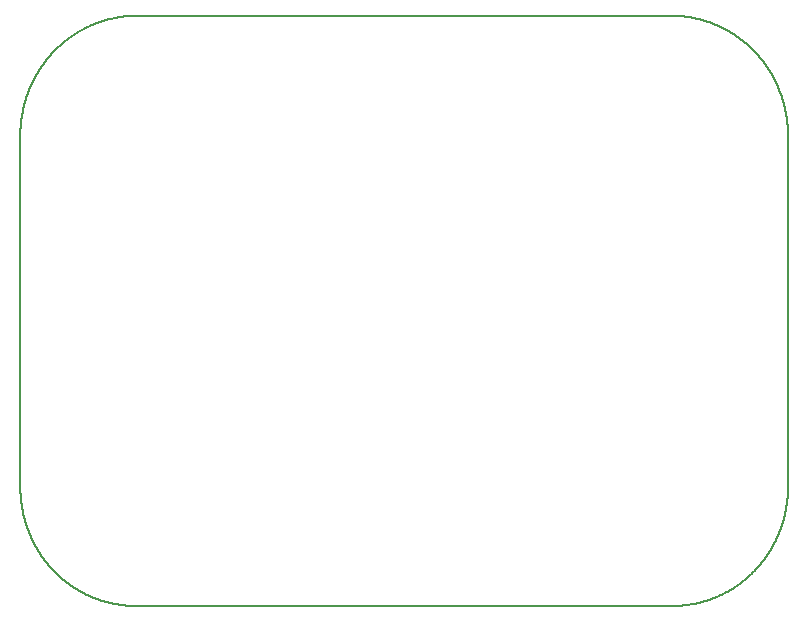
<source format=gm1>
G04 MADE WITH FRITZING*
G04 WWW.FRITZING.ORG*
G04 DOUBLE SIDED*
G04 HOLES PLATED*
G04 CONTOUR ON CENTER OF CONTOUR VECTOR*
%ASAXBY*%
%FSLAX23Y23*%
%MOIN*%
%OFA0B0*%
%SFA1.0B1.0*%
%ADD10C,0.008*%
%LNCONTOUR*%
G90*
G70*
G54D10*
X367Y1969D02*
X368Y1969D01*
X369Y1969D01*
X370Y1969D01*
X371Y1969D01*
X372Y1969D01*
X373Y1969D01*
X374Y1969D01*
X375Y1969D01*
X376Y1969D01*
X377Y1969D01*
X378Y1969D01*
X379Y1969D01*
X380Y1969D01*
X381Y1969D01*
X382Y1969D01*
X383Y1969D01*
X384Y1969D01*
X385Y1969D01*
X386Y1969D01*
X387Y1969D01*
X388Y1969D01*
X389Y1969D01*
X390Y1969D01*
X391Y1969D01*
X392Y1969D01*
X393Y1969D01*
X394Y1969D01*
X395Y1969D01*
X396Y1969D01*
X397Y1969D01*
X398Y1969D01*
X399Y1969D01*
X400Y1969D01*
X401Y1969D01*
X402Y1969D01*
X403Y1969D01*
X404Y1969D01*
X405Y1969D01*
X406Y1969D01*
X407Y1969D01*
X408Y1969D01*
X409Y1969D01*
X410Y1969D01*
X411Y1969D01*
X412Y1969D01*
X413Y1969D01*
X414Y1969D01*
X415Y1969D01*
X416Y1969D01*
X417Y1969D01*
X418Y1969D01*
X419Y1969D01*
X420Y1969D01*
X421Y1969D01*
X422Y1969D01*
X423Y1969D01*
X424Y1969D01*
X425Y1969D01*
X426Y1969D01*
X427Y1969D01*
X428Y1969D01*
X429Y1969D01*
X430Y1969D01*
X431Y1969D01*
X432Y1969D01*
X433Y1969D01*
X434Y1969D01*
X435Y1969D01*
X436Y1969D01*
X437Y1969D01*
X438Y1969D01*
X439Y1969D01*
X440Y1969D01*
X441Y1969D01*
X442Y1969D01*
X443Y1969D01*
X444Y1969D01*
X445Y1969D01*
X446Y1969D01*
X447Y1969D01*
X448Y1969D01*
X449Y1969D01*
X450Y1969D01*
X451Y1969D01*
X452Y1969D01*
X453Y1969D01*
X454Y1969D01*
X455Y1969D01*
X456Y1969D01*
X457Y1969D01*
X458Y1969D01*
X459Y1969D01*
X460Y1969D01*
X461Y1969D01*
X462Y1969D01*
X463Y1969D01*
X464Y1969D01*
X465Y1969D01*
X466Y1969D01*
X467Y1969D01*
X468Y1969D01*
X469Y1969D01*
X470Y1969D01*
X471Y1969D01*
X472Y1969D01*
X473Y1969D01*
X474Y1969D01*
X475Y1969D01*
X476Y1969D01*
X477Y1969D01*
X478Y1969D01*
X479Y1969D01*
X480Y1969D01*
X481Y1969D01*
X482Y1969D01*
X483Y1969D01*
X484Y1969D01*
X485Y1969D01*
X486Y1969D01*
X487Y1969D01*
X488Y1969D01*
X489Y1969D01*
X490Y1969D01*
X491Y1969D01*
X492Y1969D01*
X493Y1969D01*
X494Y1969D01*
X495Y1969D01*
X496Y1969D01*
X497Y1969D01*
X498Y1969D01*
X499Y1969D01*
X500Y1969D01*
X501Y1969D01*
X502Y1969D01*
X503Y1969D01*
X504Y1969D01*
X505Y1969D01*
X506Y1969D01*
X507Y1969D01*
X508Y1969D01*
X509Y1969D01*
X510Y1969D01*
X511Y1969D01*
X512Y1969D01*
X513Y1969D01*
X514Y1969D01*
X515Y1969D01*
X516Y1969D01*
X517Y1969D01*
X518Y1969D01*
X519Y1969D01*
X520Y1969D01*
X521Y1969D01*
X522Y1969D01*
X523Y1969D01*
X524Y1969D01*
X525Y1969D01*
X526Y1969D01*
X527Y1969D01*
X528Y1969D01*
X529Y1969D01*
X530Y1969D01*
X531Y1969D01*
X532Y1969D01*
X533Y1969D01*
X534Y1969D01*
X535Y1969D01*
X536Y1969D01*
X537Y1969D01*
X538Y1969D01*
X539Y1969D01*
X540Y1969D01*
X541Y1969D01*
X542Y1969D01*
X543Y1969D01*
X544Y1969D01*
X545Y1969D01*
X546Y1969D01*
X547Y1969D01*
X548Y1969D01*
X549Y1969D01*
X550Y1969D01*
X551Y1969D01*
X552Y1969D01*
X553Y1969D01*
X554Y1969D01*
X555Y1969D01*
X556Y1969D01*
X557Y1969D01*
X558Y1969D01*
X559Y1969D01*
X560Y1969D01*
X561Y1969D01*
X562Y1969D01*
X563Y1969D01*
X564Y1969D01*
X565Y1969D01*
X566Y1969D01*
X567Y1969D01*
X568Y1969D01*
X569Y1969D01*
X570Y1969D01*
X571Y1969D01*
X572Y1969D01*
X573Y1969D01*
X574Y1969D01*
X575Y1969D01*
X576Y1969D01*
X577Y1969D01*
X578Y1969D01*
X579Y1969D01*
X580Y1969D01*
X581Y1969D01*
X582Y1969D01*
X583Y1969D01*
X584Y1969D01*
X585Y1969D01*
X586Y1969D01*
X587Y1969D01*
X588Y1969D01*
X589Y1969D01*
X590Y1969D01*
X591Y1969D01*
X592Y1969D01*
X593Y1969D01*
X594Y1969D01*
X595Y1969D01*
X596Y1969D01*
X597Y1969D01*
X598Y1969D01*
X599Y1969D01*
X600Y1969D01*
X601Y1969D01*
X602Y1969D01*
X603Y1969D01*
X604Y1969D01*
X605Y1969D01*
X606Y1969D01*
X607Y1969D01*
X608Y1969D01*
X609Y1969D01*
X610Y1969D01*
X611Y1969D01*
X612Y1969D01*
X613Y1969D01*
X614Y1969D01*
X615Y1969D01*
X616Y1969D01*
X617Y1969D01*
X618Y1969D01*
X619Y1969D01*
X620Y1969D01*
X621Y1969D01*
X622Y1969D01*
X623Y1969D01*
X624Y1969D01*
X625Y1969D01*
X626Y1969D01*
X627Y1969D01*
X628Y1969D01*
X629Y1969D01*
X630Y1969D01*
X631Y1969D01*
X632Y1969D01*
X633Y1969D01*
X634Y1969D01*
X635Y1969D01*
X636Y1969D01*
X637Y1969D01*
X638Y1969D01*
X639Y1969D01*
X640Y1969D01*
X641Y1969D01*
X642Y1969D01*
X643Y1969D01*
X644Y1969D01*
X645Y1969D01*
X646Y1969D01*
X647Y1969D01*
X648Y1969D01*
X649Y1969D01*
X650Y1969D01*
X651Y1969D01*
X652Y1969D01*
X653Y1969D01*
X654Y1969D01*
X655Y1969D01*
X656Y1969D01*
X657Y1969D01*
X658Y1969D01*
X659Y1969D01*
X660Y1969D01*
X661Y1969D01*
X662Y1969D01*
X663Y1969D01*
X664Y1969D01*
X665Y1969D01*
X666Y1969D01*
X667Y1969D01*
X668Y1969D01*
X669Y1969D01*
X670Y1969D01*
X671Y1969D01*
X672Y1969D01*
X673Y1969D01*
X674Y1969D01*
X675Y1969D01*
X676Y1969D01*
X677Y1969D01*
X678Y1969D01*
X679Y1969D01*
X680Y1969D01*
X681Y1969D01*
X682Y1969D01*
X683Y1969D01*
X684Y1969D01*
X685Y1969D01*
X686Y1969D01*
X687Y1969D01*
X688Y1969D01*
X689Y1969D01*
X690Y1969D01*
X691Y1969D01*
X692Y1969D01*
X693Y1969D01*
X694Y1969D01*
X695Y1969D01*
X696Y1969D01*
X697Y1969D01*
X698Y1969D01*
X699Y1969D01*
X700Y1969D01*
X701Y1969D01*
X702Y1969D01*
X703Y1969D01*
X704Y1969D01*
X705Y1969D01*
X706Y1969D01*
X707Y1969D01*
X708Y1969D01*
X709Y1969D01*
X710Y1969D01*
X711Y1969D01*
X712Y1969D01*
X713Y1969D01*
X714Y1969D01*
X715Y1969D01*
X716Y1969D01*
X717Y1969D01*
X718Y1969D01*
X719Y1969D01*
X720Y1969D01*
X721Y1969D01*
X722Y1969D01*
X723Y1969D01*
X724Y1969D01*
X725Y1969D01*
X726Y1969D01*
X727Y1969D01*
X728Y1969D01*
X729Y1969D01*
X730Y1969D01*
X731Y1969D01*
X732Y1969D01*
X733Y1969D01*
X734Y1969D01*
X735Y1969D01*
X736Y1969D01*
X737Y1969D01*
X738Y1969D01*
X739Y1969D01*
X740Y1969D01*
X741Y1969D01*
X742Y1969D01*
X743Y1969D01*
X744Y1969D01*
X745Y1969D01*
X746Y1969D01*
X747Y1969D01*
X748Y1969D01*
X749Y1969D01*
X750Y1969D01*
X751Y1969D01*
X752Y1969D01*
X753Y1969D01*
X754Y1969D01*
X755Y1969D01*
X756Y1969D01*
X757Y1969D01*
X758Y1969D01*
X759Y1969D01*
X760Y1969D01*
X761Y1969D01*
X762Y1969D01*
X763Y1969D01*
X764Y1969D01*
X765Y1969D01*
X766Y1969D01*
X767Y1969D01*
X768Y1969D01*
X769Y1969D01*
X770Y1969D01*
X771Y1969D01*
X772Y1969D01*
X773Y1969D01*
X774Y1969D01*
X775Y1969D01*
X776Y1969D01*
X777Y1969D01*
X778Y1969D01*
X779Y1969D01*
X780Y1969D01*
X781Y1969D01*
X782Y1969D01*
X783Y1969D01*
X784Y1969D01*
X785Y1969D01*
X786Y1969D01*
X787Y1969D01*
X788Y1969D01*
X789Y1969D01*
X790Y1969D01*
X791Y1969D01*
X792Y1969D01*
X793Y1969D01*
X794Y1969D01*
X795Y1969D01*
X796Y1969D01*
X797Y1969D01*
X798Y1969D01*
X799Y1969D01*
X800Y1969D01*
X801Y1969D01*
X802Y1969D01*
X803Y1969D01*
X804Y1969D01*
X805Y1969D01*
X806Y1969D01*
X807Y1969D01*
X808Y1969D01*
X809Y1969D01*
X810Y1969D01*
X811Y1969D01*
X812Y1969D01*
X813Y1969D01*
X814Y1969D01*
X815Y1969D01*
X816Y1969D01*
X817Y1969D01*
X818Y1969D01*
X819Y1969D01*
X820Y1969D01*
X821Y1969D01*
X822Y1969D01*
X823Y1969D01*
X824Y1969D01*
X825Y1969D01*
X826Y1969D01*
X827Y1969D01*
X828Y1969D01*
X829Y1969D01*
X830Y1969D01*
X831Y1969D01*
X832Y1969D01*
X833Y1969D01*
X834Y1969D01*
X835Y1969D01*
X836Y1969D01*
X837Y1969D01*
X838Y1969D01*
X839Y1969D01*
X840Y1969D01*
X841Y1969D01*
X842Y1969D01*
X843Y1969D01*
X844Y1969D01*
X845Y1969D01*
X846Y1969D01*
X847Y1969D01*
X848Y1969D01*
X849Y1969D01*
X850Y1969D01*
X851Y1969D01*
X852Y1969D01*
X853Y1969D01*
X854Y1969D01*
X855Y1969D01*
X856Y1969D01*
X857Y1969D01*
X858Y1969D01*
X859Y1969D01*
X860Y1969D01*
X861Y1969D01*
X862Y1969D01*
X863Y1969D01*
X864Y1969D01*
X865Y1969D01*
X866Y1969D01*
X867Y1969D01*
X868Y1969D01*
X869Y1969D01*
X870Y1969D01*
X871Y1969D01*
X872Y1969D01*
X873Y1969D01*
X874Y1969D01*
X875Y1969D01*
X876Y1969D01*
X877Y1969D01*
X878Y1969D01*
X879Y1969D01*
X880Y1969D01*
X881Y1969D01*
X882Y1969D01*
X883Y1969D01*
X884Y1969D01*
X885Y1969D01*
X886Y1969D01*
X887Y1969D01*
X888Y1969D01*
X889Y1969D01*
X890Y1969D01*
X891Y1969D01*
X892Y1969D01*
X893Y1969D01*
X894Y1969D01*
X895Y1969D01*
X896Y1969D01*
X897Y1969D01*
X898Y1969D01*
X899Y1969D01*
X900Y1969D01*
X901Y1969D01*
X902Y1969D01*
X903Y1969D01*
X904Y1969D01*
X905Y1969D01*
X906Y1969D01*
X907Y1969D01*
X908Y1969D01*
X909Y1969D01*
X910Y1969D01*
X911Y1969D01*
X912Y1969D01*
X913Y1969D01*
X914Y1969D01*
X915Y1969D01*
X916Y1969D01*
X917Y1969D01*
X918Y1969D01*
X919Y1969D01*
X920Y1969D01*
X921Y1969D01*
X922Y1969D01*
X923Y1969D01*
X924Y1969D01*
X925Y1969D01*
X926Y1969D01*
X927Y1969D01*
X928Y1969D01*
X929Y1969D01*
X930Y1969D01*
X931Y1969D01*
X932Y1969D01*
X933Y1969D01*
X934Y1969D01*
X935Y1969D01*
X936Y1969D01*
X937Y1969D01*
X938Y1969D01*
X939Y1969D01*
X940Y1969D01*
X941Y1969D01*
X942Y1969D01*
X943Y1969D01*
X944Y1969D01*
X945Y1969D01*
X946Y1969D01*
X947Y1969D01*
X948Y1969D01*
X949Y1969D01*
X950Y1969D01*
X951Y1969D01*
X952Y1969D01*
X953Y1969D01*
X954Y1969D01*
X955Y1969D01*
X956Y1969D01*
X957Y1969D01*
X958Y1969D01*
X959Y1969D01*
X960Y1969D01*
X961Y1969D01*
X962Y1969D01*
X963Y1969D01*
X964Y1969D01*
X965Y1969D01*
X966Y1969D01*
X967Y1969D01*
X968Y1969D01*
X969Y1969D01*
X970Y1969D01*
X971Y1969D01*
X972Y1969D01*
X973Y1969D01*
X974Y1969D01*
X975Y1969D01*
X976Y1969D01*
X977Y1969D01*
X978Y1969D01*
X979Y1969D01*
X980Y1969D01*
X981Y1969D01*
X982Y1969D01*
X983Y1969D01*
X984Y1969D01*
X985Y1969D01*
X986Y1969D01*
X987Y1969D01*
X988Y1969D01*
X989Y1969D01*
X990Y1969D01*
X991Y1969D01*
X992Y1969D01*
X993Y1969D01*
X994Y1969D01*
X995Y1969D01*
X996Y1969D01*
X997Y1969D01*
X998Y1969D01*
X999Y1969D01*
X1000Y1969D01*
X1001Y1969D01*
X1002Y1969D01*
X1003Y1969D01*
X1004Y1969D01*
X1005Y1969D01*
X1006Y1969D01*
X1007Y1969D01*
X1008Y1969D01*
X1009Y1969D01*
X1010Y1969D01*
X1011Y1969D01*
X1012Y1969D01*
X1013Y1969D01*
X1014Y1969D01*
X1015Y1969D01*
X1016Y1969D01*
X1017Y1969D01*
X1018Y1969D01*
X1019Y1969D01*
X1020Y1969D01*
X1021Y1969D01*
X1022Y1969D01*
X1023Y1969D01*
X1024Y1969D01*
X1025Y1969D01*
X1026Y1969D01*
X1027Y1969D01*
X1028Y1969D01*
X1029Y1969D01*
X1030Y1969D01*
X1031Y1969D01*
X1032Y1969D01*
X1033Y1969D01*
X1034Y1969D01*
X1035Y1969D01*
X1036Y1969D01*
X1037Y1969D01*
X1038Y1969D01*
X1039Y1969D01*
X1040Y1969D01*
X1041Y1969D01*
X1042Y1969D01*
X1043Y1969D01*
X1044Y1969D01*
X1045Y1969D01*
X1046Y1969D01*
X1047Y1969D01*
X1048Y1969D01*
X1049Y1969D01*
X1050Y1969D01*
X1051Y1969D01*
X1052Y1969D01*
X1053Y1969D01*
X1054Y1969D01*
X1055Y1969D01*
X1056Y1969D01*
X1057Y1969D01*
X1058Y1969D01*
X1059Y1969D01*
X1060Y1969D01*
X1061Y1969D01*
X1062Y1969D01*
X1063Y1969D01*
X1064Y1969D01*
X1065Y1969D01*
X1066Y1969D01*
X1067Y1969D01*
X1068Y1969D01*
X1069Y1969D01*
X1070Y1969D01*
X1071Y1969D01*
X1072Y1969D01*
X1073Y1969D01*
X1074Y1969D01*
X1075Y1969D01*
X1076Y1969D01*
X1077Y1969D01*
X1078Y1969D01*
X1079Y1969D01*
X1080Y1969D01*
X1081Y1969D01*
X1082Y1969D01*
X1083Y1969D01*
X1084Y1969D01*
X1085Y1969D01*
X1086Y1969D01*
X1087Y1969D01*
X1088Y1969D01*
X1089Y1969D01*
X1090Y1969D01*
X1091Y1969D01*
X1092Y1969D01*
X1093Y1969D01*
X1094Y1969D01*
X1095Y1969D01*
X1096Y1969D01*
X1097Y1969D01*
X1098Y1969D01*
X1099Y1969D01*
X1100Y1969D01*
X1101Y1969D01*
X1102Y1969D01*
X1103Y1969D01*
X1104Y1969D01*
X1105Y1969D01*
X1106Y1969D01*
X1107Y1969D01*
X1108Y1969D01*
X1109Y1969D01*
X1110Y1969D01*
X1111Y1969D01*
X1112Y1969D01*
X1113Y1969D01*
X1114Y1969D01*
X1115Y1969D01*
X1116Y1969D01*
X1117Y1969D01*
X1118Y1969D01*
X1119Y1969D01*
X1120Y1969D01*
X1121Y1969D01*
X1122Y1969D01*
X1123Y1969D01*
X1124Y1969D01*
X1125Y1969D01*
X1126Y1969D01*
X1127Y1969D01*
X1128Y1969D01*
X1129Y1969D01*
X1130Y1969D01*
X1131Y1969D01*
X1132Y1969D01*
X1133Y1969D01*
X1134Y1969D01*
X1135Y1969D01*
X1136Y1969D01*
X1137Y1969D01*
X1138Y1969D01*
X1139Y1969D01*
X1140Y1969D01*
X1141Y1969D01*
X1142Y1969D01*
X1143Y1969D01*
X1144Y1969D01*
X1145Y1969D01*
X1146Y1969D01*
X1147Y1969D01*
X1148Y1969D01*
X1149Y1969D01*
X1150Y1969D01*
X1151Y1969D01*
X1152Y1969D01*
X1153Y1969D01*
X1154Y1969D01*
X1155Y1969D01*
X1156Y1969D01*
X1157Y1969D01*
X1158Y1969D01*
X1159Y1969D01*
X1160Y1969D01*
X1161Y1969D01*
X1162Y1969D01*
X1163Y1969D01*
X1164Y1969D01*
X1165Y1969D01*
X1166Y1969D01*
X1167Y1969D01*
X1168Y1969D01*
X1169Y1969D01*
X1170Y1969D01*
X1171Y1969D01*
X1172Y1969D01*
X1173Y1969D01*
X1174Y1969D01*
X1175Y1969D01*
X1176Y1969D01*
X1177Y1969D01*
X1178Y1969D01*
X1179Y1969D01*
X1180Y1969D01*
X1181Y1969D01*
X1182Y1969D01*
X1183Y1969D01*
X1184Y1969D01*
X1185Y1969D01*
X1186Y1969D01*
X1187Y1969D01*
X1188Y1969D01*
X1189Y1969D01*
X1190Y1969D01*
X1191Y1969D01*
X1192Y1969D01*
X1193Y1969D01*
X1194Y1969D01*
X1195Y1969D01*
X1196Y1969D01*
X1197Y1969D01*
X1198Y1969D01*
X1199Y1969D01*
X1200Y1969D01*
X1201Y1969D01*
X1202Y1969D01*
X1203Y1969D01*
X1204Y1969D01*
X1205Y1969D01*
X1206Y1969D01*
X1207Y1969D01*
X1208Y1969D01*
X1209Y1969D01*
X1210Y1969D01*
X1211Y1969D01*
X1212Y1969D01*
X1213Y1969D01*
X1214Y1969D01*
X1215Y1969D01*
X1216Y1969D01*
X1217Y1969D01*
X1218Y1969D01*
X1219Y1969D01*
X1220Y1969D01*
X1221Y1969D01*
X1222Y1969D01*
X1223Y1969D01*
X1224Y1969D01*
X1225Y1969D01*
X1226Y1969D01*
X1227Y1969D01*
X1228Y1969D01*
X1229Y1969D01*
X1230Y1969D01*
X1231Y1969D01*
X1232Y1969D01*
X1233Y1969D01*
X1234Y1969D01*
X1235Y1969D01*
X1236Y1969D01*
X1237Y1969D01*
X1238Y1969D01*
X1239Y1969D01*
X1240Y1969D01*
X1241Y1969D01*
X1242Y1969D01*
X1243Y1969D01*
X1244Y1969D01*
X1245Y1969D01*
X1246Y1969D01*
X1247Y1969D01*
X1248Y1969D01*
X1249Y1969D01*
X1250Y1969D01*
X1251Y1969D01*
X1252Y1969D01*
X1253Y1969D01*
X1254Y1969D01*
X1255Y1969D01*
X1256Y1969D01*
X1257Y1969D01*
X1258Y1969D01*
X1259Y1969D01*
X1260Y1969D01*
X1261Y1969D01*
X1262Y1969D01*
X1263Y1969D01*
X1264Y1969D01*
X1265Y1969D01*
X1266Y1969D01*
X1267Y1969D01*
X1268Y1969D01*
X1269Y1969D01*
X1270Y1969D01*
X1271Y1969D01*
X1272Y1969D01*
X1273Y1969D01*
X1274Y1969D01*
X1275Y1969D01*
X1276Y1969D01*
X1277Y1969D01*
X1278Y1969D01*
X1279Y1969D01*
X1280Y1969D01*
X1281Y1969D01*
X1282Y1969D01*
X1283Y1969D01*
X1284Y1969D01*
X1285Y1969D01*
X1286Y1969D01*
X1287Y1969D01*
X1288Y1969D01*
X1289Y1969D01*
X1290Y1969D01*
X1291Y1969D01*
X1292Y1969D01*
X1293Y1969D01*
X1294Y1969D01*
X1295Y1969D01*
X1296Y1969D01*
X1297Y1969D01*
X1298Y1969D01*
X1299Y1969D01*
X1300Y1969D01*
X1301Y1969D01*
X1302Y1969D01*
X1303Y1969D01*
X1304Y1969D01*
X1305Y1969D01*
X1306Y1969D01*
X1307Y1969D01*
X1308Y1969D01*
X1309Y1969D01*
X1310Y1969D01*
X1311Y1969D01*
X1312Y1969D01*
X1313Y1969D01*
X1314Y1969D01*
X1315Y1969D01*
X1316Y1969D01*
X1317Y1969D01*
X1318Y1969D01*
X1319Y1969D01*
X1320Y1969D01*
X1321Y1969D01*
X1322Y1969D01*
X1323Y1969D01*
X1324Y1969D01*
X1325Y1969D01*
X1326Y1969D01*
X1327Y1969D01*
X1328Y1969D01*
X1329Y1969D01*
X1330Y1969D01*
X1331Y1969D01*
X1332Y1969D01*
X1333Y1969D01*
X1334Y1969D01*
X1335Y1969D01*
X1336Y1969D01*
X1337Y1969D01*
X1338Y1969D01*
X1339Y1969D01*
X1340Y1969D01*
X1341Y1969D01*
X1342Y1969D01*
X1343Y1969D01*
X1344Y1969D01*
X1345Y1969D01*
X1346Y1969D01*
X1347Y1969D01*
X1348Y1969D01*
X1349Y1969D01*
X1350Y1969D01*
X1351Y1969D01*
X1352Y1969D01*
X1353Y1969D01*
X1354Y1969D01*
X1355Y1969D01*
X1356Y1969D01*
X1357Y1969D01*
X1358Y1969D01*
X1359Y1969D01*
X1360Y1969D01*
X1361Y1969D01*
X1362Y1969D01*
X1363Y1969D01*
X1364Y1969D01*
X1365Y1969D01*
X1366Y1969D01*
X1367Y1969D01*
X1368Y1969D01*
X1369Y1969D01*
X1370Y1969D01*
X1371Y1969D01*
X1372Y1969D01*
X1373Y1969D01*
X1374Y1969D01*
X1375Y1969D01*
X1376Y1969D01*
X1377Y1969D01*
X1378Y1969D01*
X1379Y1969D01*
X1380Y1969D01*
X1381Y1969D01*
X1382Y1969D01*
X1383Y1969D01*
X1384Y1969D01*
X1385Y1969D01*
X1386Y1969D01*
X1387Y1969D01*
X1388Y1969D01*
X1389Y1969D01*
X1390Y1969D01*
X1391Y1969D01*
X1392Y1969D01*
X1393Y1969D01*
X1394Y1969D01*
X1395Y1969D01*
X1396Y1969D01*
X1397Y1969D01*
X1398Y1969D01*
X1399Y1969D01*
X1400Y1969D01*
X1401Y1969D01*
X1402Y1969D01*
X1403Y1969D01*
X1404Y1969D01*
X1405Y1969D01*
X1406Y1969D01*
X1407Y1969D01*
X1408Y1969D01*
X1409Y1969D01*
X1410Y1969D01*
X1411Y1969D01*
X1412Y1969D01*
X1413Y1969D01*
X1414Y1969D01*
X1415Y1969D01*
X1416Y1969D01*
X1417Y1969D01*
X1418Y1969D01*
X1419Y1969D01*
X1420Y1969D01*
X1421Y1969D01*
X1422Y1969D01*
X1423Y1969D01*
X1424Y1969D01*
X1425Y1969D01*
X1426Y1969D01*
X1427Y1969D01*
X1428Y1969D01*
X1429Y1969D01*
X1430Y1969D01*
X1431Y1969D01*
X1432Y1969D01*
X1433Y1969D01*
X1434Y1969D01*
X1435Y1969D01*
X1436Y1969D01*
X1437Y1969D01*
X1438Y1969D01*
X1439Y1969D01*
X1440Y1969D01*
X1441Y1969D01*
X1442Y1969D01*
X1443Y1969D01*
X1444Y1969D01*
X1445Y1969D01*
X1446Y1969D01*
X1447Y1969D01*
X1448Y1969D01*
X1449Y1969D01*
X1450Y1969D01*
X1451Y1969D01*
X1452Y1969D01*
X1453Y1969D01*
X1454Y1969D01*
X1455Y1969D01*
X1456Y1969D01*
X1457Y1969D01*
X1458Y1969D01*
X1459Y1969D01*
X1460Y1969D01*
X1461Y1969D01*
X1462Y1969D01*
X1463Y1969D01*
X1464Y1969D01*
X1465Y1969D01*
X1466Y1969D01*
X1467Y1969D01*
X1468Y1969D01*
X1469Y1969D01*
X1470Y1969D01*
X1471Y1969D01*
X1472Y1969D01*
X1473Y1969D01*
X1474Y1969D01*
X1475Y1969D01*
X1476Y1969D01*
X1477Y1969D01*
X1478Y1969D01*
X1479Y1969D01*
X1480Y1969D01*
X1481Y1969D01*
X1482Y1969D01*
X1483Y1969D01*
X1484Y1969D01*
X1485Y1969D01*
X1486Y1969D01*
X1487Y1969D01*
X1488Y1969D01*
X1489Y1969D01*
X1490Y1969D01*
X1491Y1969D01*
X1492Y1969D01*
X1493Y1969D01*
X1494Y1969D01*
X1495Y1969D01*
X1496Y1969D01*
X1497Y1969D01*
X1498Y1969D01*
X1499Y1969D01*
X1500Y1969D01*
X1501Y1969D01*
X1502Y1969D01*
X1503Y1969D01*
X1504Y1969D01*
X1505Y1969D01*
X1506Y1969D01*
X1507Y1969D01*
X1508Y1969D01*
X1509Y1969D01*
X1510Y1969D01*
X1511Y1969D01*
X1512Y1969D01*
X1513Y1969D01*
X1514Y1969D01*
X1515Y1969D01*
X1516Y1969D01*
X1517Y1969D01*
X1518Y1969D01*
X1519Y1969D01*
X1520Y1969D01*
X1521Y1969D01*
X1522Y1969D01*
X1523Y1969D01*
X1524Y1969D01*
X1525Y1969D01*
X1526Y1969D01*
X1527Y1969D01*
X1528Y1969D01*
X1529Y1969D01*
X1530Y1969D01*
X1531Y1969D01*
X1532Y1969D01*
X1533Y1969D01*
X1534Y1969D01*
X1535Y1969D01*
X1536Y1969D01*
X1537Y1969D01*
X1538Y1969D01*
X1539Y1969D01*
X1540Y1969D01*
X1541Y1969D01*
X1542Y1969D01*
X1543Y1969D01*
X1544Y1969D01*
X1545Y1969D01*
X1546Y1969D01*
X1547Y1969D01*
X1548Y1969D01*
X1549Y1969D01*
X1550Y1969D01*
X1551Y1969D01*
X1552Y1969D01*
X1553Y1969D01*
X1554Y1969D01*
X1555Y1969D01*
X1556Y1969D01*
X1557Y1969D01*
X1558Y1969D01*
X1559Y1969D01*
X1560Y1969D01*
X1561Y1969D01*
X1562Y1969D01*
X1563Y1969D01*
X1564Y1969D01*
X1565Y1969D01*
X1566Y1969D01*
X1567Y1969D01*
X1568Y1969D01*
X1569Y1969D01*
X1570Y1969D01*
X1571Y1969D01*
X1572Y1969D01*
X1573Y1969D01*
X1574Y1969D01*
X1575Y1969D01*
X1576Y1969D01*
X1577Y1969D01*
X1578Y1969D01*
X1579Y1969D01*
X1580Y1969D01*
X1581Y1969D01*
X1582Y1969D01*
X1583Y1969D01*
X1584Y1969D01*
X1585Y1969D01*
X1586Y1969D01*
X1587Y1969D01*
X1588Y1969D01*
X1589Y1969D01*
X1590Y1969D01*
X1591Y1969D01*
X1592Y1969D01*
X1593Y1969D01*
X1594Y1969D01*
X1595Y1969D01*
X1596Y1969D01*
X1597Y1969D01*
X1598Y1969D01*
X1599Y1969D01*
X1600Y1969D01*
X1601Y1969D01*
X1602Y1969D01*
X1603Y1969D01*
X1604Y1969D01*
X1605Y1969D01*
X1606Y1969D01*
X1607Y1969D01*
X1608Y1969D01*
X1609Y1969D01*
X1610Y1969D01*
X1611Y1969D01*
X1612Y1969D01*
X1613Y1969D01*
X1614Y1969D01*
X1615Y1969D01*
X1616Y1969D01*
X1617Y1969D01*
X1618Y1969D01*
X1619Y1969D01*
X1620Y1969D01*
X1621Y1969D01*
X1622Y1969D01*
X1623Y1969D01*
X1624Y1969D01*
X1625Y1969D01*
X1626Y1969D01*
X1627Y1969D01*
X1628Y1969D01*
X1629Y1969D01*
X1630Y1969D01*
X1631Y1969D01*
X1632Y1969D01*
X1633Y1969D01*
X1634Y1969D01*
X1635Y1969D01*
X1636Y1969D01*
X1637Y1969D01*
X1638Y1969D01*
X1639Y1969D01*
X1640Y1969D01*
X1641Y1969D01*
X1642Y1969D01*
X1643Y1969D01*
X1644Y1969D01*
X1645Y1969D01*
X1646Y1969D01*
X1647Y1969D01*
X1648Y1969D01*
X1649Y1969D01*
X1650Y1969D01*
X1651Y1969D01*
X1652Y1969D01*
X1653Y1969D01*
X1654Y1969D01*
X1655Y1969D01*
X1656Y1969D01*
X1657Y1969D01*
X1658Y1969D01*
X1659Y1969D01*
X1660Y1969D01*
X1661Y1969D01*
X1662Y1969D01*
X1663Y1969D01*
X1664Y1969D01*
X1665Y1969D01*
X1666Y1969D01*
X1667Y1969D01*
X1668Y1969D01*
X1669Y1969D01*
X1670Y1969D01*
X1671Y1969D01*
X1672Y1969D01*
X1673Y1969D01*
X1674Y1969D01*
X1675Y1969D01*
X1676Y1969D01*
X1677Y1969D01*
X1678Y1969D01*
X1679Y1969D01*
X1680Y1969D01*
X1681Y1969D01*
X1682Y1969D01*
X1683Y1969D01*
X1684Y1969D01*
X1685Y1969D01*
X1686Y1969D01*
X1687Y1969D01*
X1688Y1969D01*
X1689Y1969D01*
X1690Y1969D01*
X1691Y1969D01*
X1692Y1969D01*
X1693Y1969D01*
X1694Y1969D01*
X1695Y1969D01*
X1696Y1969D01*
X1697Y1969D01*
X1698Y1969D01*
X1699Y1969D01*
X1700Y1969D01*
X1701Y1969D01*
X1702Y1969D01*
X1703Y1969D01*
X1704Y1969D01*
X1705Y1969D01*
X1706Y1969D01*
X1707Y1969D01*
X1708Y1969D01*
X1709Y1969D01*
X1710Y1969D01*
X1711Y1969D01*
X1712Y1969D01*
X1713Y1969D01*
X1714Y1969D01*
X1715Y1969D01*
X1716Y1969D01*
X1717Y1969D01*
X1718Y1969D01*
X1719Y1969D01*
X1720Y1969D01*
X1721Y1969D01*
X1722Y1969D01*
X1723Y1969D01*
X1724Y1969D01*
X1725Y1969D01*
X1726Y1969D01*
X1727Y1969D01*
X1728Y1969D01*
X1729Y1969D01*
X1730Y1969D01*
X1731Y1969D01*
X1732Y1969D01*
X1733Y1969D01*
X1734Y1969D01*
X1735Y1969D01*
X1736Y1969D01*
X1737Y1969D01*
X1738Y1969D01*
X1739Y1969D01*
X1740Y1969D01*
X1741Y1969D01*
X1742Y1969D01*
X1743Y1969D01*
X1744Y1969D01*
X1745Y1969D01*
X1746Y1969D01*
X1747Y1969D01*
X1748Y1969D01*
X1749Y1969D01*
X1750Y1969D01*
X1751Y1969D01*
X1752Y1969D01*
X1753Y1969D01*
X1754Y1969D01*
X1755Y1969D01*
X1756Y1969D01*
X1757Y1969D01*
X1758Y1969D01*
X1759Y1969D01*
X1760Y1969D01*
X1761Y1969D01*
X1762Y1969D01*
X1763Y1969D01*
X1764Y1969D01*
X1765Y1969D01*
X1766Y1969D01*
X1767Y1969D01*
X1768Y1969D01*
X1769Y1969D01*
X1770Y1969D01*
X1771Y1969D01*
X1772Y1969D01*
X1773Y1969D01*
X1774Y1969D01*
X1775Y1969D01*
X1776Y1969D01*
X1777Y1969D01*
X1778Y1969D01*
X1779Y1969D01*
X1780Y1969D01*
X1781Y1969D01*
X1782Y1969D01*
X1783Y1969D01*
X1784Y1969D01*
X1785Y1969D01*
X1786Y1969D01*
X1787Y1969D01*
X1788Y1969D01*
X1789Y1969D01*
X1790Y1969D01*
X1791Y1969D01*
X1792Y1969D01*
X1793Y1969D01*
X1794Y1969D01*
X1795Y1969D01*
X1796Y1969D01*
X1797Y1969D01*
X1798Y1969D01*
X1799Y1969D01*
X1800Y1969D01*
X1801Y1969D01*
X1802Y1969D01*
X1803Y1969D01*
X1804Y1969D01*
X1805Y1969D01*
X1806Y1969D01*
X1807Y1969D01*
X1808Y1969D01*
X1809Y1969D01*
X1810Y1969D01*
X1811Y1969D01*
X1812Y1969D01*
X1813Y1969D01*
X1814Y1969D01*
X1815Y1969D01*
X1816Y1969D01*
X1817Y1969D01*
X1818Y1969D01*
X1819Y1969D01*
X1820Y1969D01*
X1821Y1969D01*
X1822Y1969D01*
X1823Y1969D01*
X1824Y1969D01*
X1825Y1969D01*
X1826Y1969D01*
X1827Y1969D01*
X1828Y1969D01*
X1829Y1969D01*
X1830Y1969D01*
X1831Y1969D01*
X1832Y1969D01*
X1833Y1969D01*
X1834Y1969D01*
X1835Y1969D01*
X1836Y1969D01*
X1837Y1969D01*
X1838Y1969D01*
X1839Y1969D01*
X1840Y1969D01*
X1841Y1969D01*
X1842Y1969D01*
X1843Y1969D01*
X1844Y1969D01*
X1845Y1969D01*
X1846Y1969D01*
X1847Y1969D01*
X1848Y1969D01*
X1849Y1969D01*
X1850Y1969D01*
X1851Y1969D01*
X1852Y1969D01*
X1853Y1969D01*
X1854Y1969D01*
X1855Y1969D01*
X1856Y1969D01*
X1857Y1969D01*
X1858Y1969D01*
X1859Y1969D01*
X1860Y1969D01*
X1861Y1969D01*
X1862Y1969D01*
X1863Y1969D01*
X1864Y1969D01*
X1865Y1969D01*
X1866Y1969D01*
X1867Y1969D01*
X1868Y1969D01*
X1869Y1969D01*
X1870Y1969D01*
X1871Y1969D01*
X1872Y1969D01*
X1873Y1969D01*
X1874Y1969D01*
X1875Y1969D01*
X1876Y1969D01*
X1877Y1969D01*
X1878Y1969D01*
X1879Y1969D01*
X1880Y1969D01*
X1881Y1969D01*
X1882Y1969D01*
X1883Y1969D01*
X1884Y1969D01*
X1885Y1969D01*
X1886Y1969D01*
X1887Y1969D01*
X1888Y1969D01*
X1889Y1969D01*
X1890Y1969D01*
X1891Y1969D01*
X1892Y1969D01*
X1893Y1969D01*
X1894Y1969D01*
X1895Y1969D01*
X1896Y1969D01*
X1897Y1969D01*
X1898Y1969D01*
X1899Y1969D01*
X1900Y1969D01*
X1901Y1969D01*
X1902Y1969D01*
X1903Y1969D01*
X1904Y1969D01*
X1905Y1969D01*
X1906Y1969D01*
X1907Y1969D01*
X1908Y1969D01*
X1909Y1969D01*
X1910Y1969D01*
X1911Y1969D01*
X1912Y1969D01*
X1913Y1969D01*
X1914Y1969D01*
X1915Y1969D01*
X1916Y1969D01*
X1917Y1969D01*
X1918Y1969D01*
X1919Y1969D01*
X1920Y1969D01*
X1921Y1969D01*
X1922Y1969D01*
X1923Y1969D01*
X1924Y1969D01*
X1925Y1969D01*
X1926Y1969D01*
X1927Y1969D01*
X1928Y1969D01*
X1929Y1969D01*
X1930Y1969D01*
X1931Y1969D01*
X1932Y1969D01*
X1933Y1969D01*
X1934Y1969D01*
X1935Y1969D01*
X1936Y1969D01*
X1937Y1969D01*
X1938Y1969D01*
X1939Y1969D01*
X1940Y1969D01*
X1941Y1969D01*
X1942Y1969D01*
X1943Y1969D01*
X1944Y1969D01*
X1945Y1969D01*
X1946Y1969D01*
X1947Y1969D01*
X1948Y1969D01*
X1949Y1969D01*
X1950Y1969D01*
X1951Y1969D01*
X1952Y1969D01*
X1953Y1969D01*
X1954Y1969D01*
X1955Y1969D01*
X1956Y1969D01*
X1957Y1969D01*
X1958Y1969D01*
X1959Y1969D01*
X1960Y1969D01*
X1961Y1969D01*
X1962Y1969D01*
X1963Y1969D01*
X1964Y1969D01*
X1965Y1969D01*
X1966Y1969D01*
X1967Y1969D01*
X1968Y1969D01*
X1969Y1969D01*
X1970Y1969D01*
X1971Y1969D01*
X1972Y1969D01*
X1973Y1969D01*
X1974Y1969D01*
X1975Y1969D01*
X1976Y1969D01*
X1977Y1969D01*
X1978Y1969D01*
X1979Y1969D01*
X1980Y1969D01*
X1981Y1969D01*
X1982Y1969D01*
X1983Y1969D01*
X1984Y1969D01*
X1985Y1969D01*
X1986Y1969D01*
X1987Y1969D01*
X1988Y1969D01*
X1989Y1969D01*
X1990Y1969D01*
X1991Y1969D01*
X1992Y1969D01*
X1993Y1969D01*
X1994Y1969D01*
X1995Y1969D01*
X1996Y1969D01*
X1997Y1969D01*
X1998Y1969D01*
X1999Y1969D01*
X2000Y1969D01*
X2001Y1969D01*
X2002Y1969D01*
X2003Y1969D01*
X2004Y1969D01*
X2005Y1969D01*
X2006Y1969D01*
X2007Y1969D01*
X2008Y1969D01*
X2009Y1969D01*
X2010Y1969D01*
X2011Y1969D01*
X2012Y1969D01*
X2013Y1969D01*
X2014Y1969D01*
X2015Y1969D01*
X2016Y1969D01*
X2017Y1969D01*
X2018Y1969D01*
X2019Y1969D01*
X2020Y1969D01*
X2021Y1969D01*
X2022Y1969D01*
X2023Y1969D01*
X2024Y1969D01*
X2025Y1969D01*
X2026Y1969D01*
X2027Y1969D01*
X2028Y1969D01*
X2029Y1969D01*
X2030Y1969D01*
X2031Y1969D01*
X2032Y1969D01*
X2033Y1969D01*
X2034Y1969D01*
X2035Y1969D01*
X2036Y1969D01*
X2037Y1969D01*
X2038Y1969D01*
X2039Y1969D01*
X2040Y1969D01*
X2041Y1969D01*
X2042Y1969D01*
X2043Y1969D01*
X2044Y1969D01*
X2045Y1969D01*
X2046Y1969D01*
X2047Y1969D01*
X2048Y1969D01*
X2049Y1969D01*
X2050Y1969D01*
X2051Y1969D01*
X2052Y1969D01*
X2053Y1969D01*
X2054Y1969D01*
X2055Y1969D01*
X2056Y1969D01*
X2057Y1969D01*
X2058Y1969D01*
X2059Y1969D01*
X2060Y1969D01*
X2061Y1969D01*
X2062Y1969D01*
X2063Y1969D01*
X2064Y1969D01*
X2065Y1969D01*
X2066Y1969D01*
X2067Y1969D01*
X2068Y1969D01*
X2069Y1969D01*
X2070Y1969D01*
X2071Y1969D01*
X2072Y1969D01*
X2073Y1969D01*
X2074Y1969D01*
X2075Y1969D01*
X2076Y1969D01*
X2077Y1969D01*
X2078Y1969D01*
X2079Y1969D01*
X2080Y1969D01*
X2081Y1969D01*
X2082Y1969D01*
X2083Y1969D01*
X2084Y1969D01*
X2085Y1969D01*
X2086Y1969D01*
X2087Y1969D01*
X2088Y1969D01*
X2089Y1969D01*
X2090Y1969D01*
X2091Y1969D01*
X2092Y1969D01*
X2093Y1969D01*
X2094Y1969D01*
X2095Y1969D01*
X2096Y1969D01*
X2097Y1969D01*
X2098Y1969D01*
X2099Y1969D01*
X2100Y1969D01*
X2101Y1969D01*
X2102Y1969D01*
X2103Y1969D01*
X2104Y1969D01*
X2105Y1969D01*
X2106Y1969D01*
X2107Y1969D01*
X2108Y1969D01*
X2109Y1969D01*
X2110Y1969D01*
X2111Y1969D01*
X2112Y1969D01*
X2113Y1969D01*
X2114Y1969D01*
X2115Y1969D01*
X2116Y1969D01*
X2117Y1969D01*
X2118Y1969D01*
X2119Y1969D01*
X2120Y1969D01*
X2121Y1969D01*
X2122Y1969D01*
X2123Y1969D01*
X2124Y1969D01*
X2125Y1969D01*
X2126Y1969D01*
X2127Y1969D01*
X2128Y1969D01*
X2129Y1969D01*
X2130Y1969D01*
X2131Y1969D01*
X2132Y1969D01*
X2133Y1969D01*
X2134Y1969D01*
X2135Y1969D01*
X2136Y1969D01*
X2137Y1969D01*
X2138Y1969D01*
X2139Y1969D01*
X2140Y1969D01*
X2141Y1969D01*
X2142Y1969D01*
X2143Y1969D01*
X2144Y1969D01*
X2145Y1969D01*
X2146Y1969D01*
X2147Y1969D01*
X2148Y1969D01*
X2149Y1969D01*
X2150Y1969D01*
X2151Y1969D01*
X2152Y1969D01*
X2153Y1969D01*
X2154Y1969D01*
X2155Y1969D01*
X2156Y1969D01*
X2157Y1969D01*
X2158Y1969D01*
X2159Y1969D01*
X2160Y1969D01*
X2161Y1969D01*
X2162Y1969D01*
X2163Y1969D01*
X2164Y1969D01*
X2165Y1969D01*
X2166Y1969D01*
X2167Y1969D01*
X2168Y1969D01*
X2169Y1969D01*
X2170Y1969D01*
X2171Y1969D01*
X2172Y1969D01*
X2173Y1969D01*
X2174Y1969D01*
X2175Y1969D01*
X2176Y1969D01*
X2177Y1969D01*
X2178Y1969D01*
X2179Y1969D01*
X2180Y1969D01*
X2181Y1969D01*
X2182Y1969D01*
X2183Y1969D01*
X2184Y1969D01*
X2185Y1969D01*
X2186Y1969D01*
X2187Y1969D01*
X2188Y1969D01*
X2189Y1969D01*
X2190Y1969D01*
X2191Y1969D01*
X2192Y1968D01*
X2193Y1968D01*
X2194Y1968D01*
X2195Y1968D01*
X2196Y1968D01*
X2197Y1968D01*
X2198Y1968D01*
X2199Y1968D01*
X2200Y1968D01*
X2201Y1968D01*
X2202Y1968D01*
X2203Y1968D01*
X2204Y1968D01*
X2205Y1968D01*
X2206Y1967D01*
X2207Y1967D01*
X2208Y1967D01*
X2209Y1967D01*
X2210Y1967D01*
X2211Y1967D01*
X2212Y1967D01*
X2213Y1967D01*
X2214Y1967D01*
X2215Y1967D01*
X2216Y1966D01*
X2217Y1966D01*
X2218Y1966D01*
X2219Y1966D01*
X2220Y1966D01*
X2221Y1966D01*
X2222Y1966D01*
X2223Y1966D01*
X2224Y1965D01*
X2225Y1965D01*
X2226Y1965D01*
X2227Y1965D01*
X2228Y1965D01*
X2229Y1965D01*
X2230Y1965D01*
X2231Y1964D01*
X2232Y1964D01*
X2233Y1964D01*
X2234Y1964D01*
X2235Y1964D01*
X2236Y1964D01*
X2237Y1963D01*
X2238Y1963D01*
X2239Y1963D01*
X2240Y1963D01*
X2241Y1963D01*
X2242Y1962D01*
X2243Y1962D01*
X2244Y1962D01*
X2245Y1962D01*
X2246Y1962D01*
X2247Y1961D01*
X2248Y1961D01*
X2249Y1961D01*
X2250Y1961D01*
X2251Y1961D01*
X2252Y1960D01*
X2253Y1960D01*
X2254Y1960D01*
X2255Y1960D01*
X2256Y1960D01*
X2257Y1959D01*
X2258Y1959D01*
X2259Y1959D01*
X2260Y1959D01*
X2261Y1958D01*
X2262Y1958D01*
X2263Y1958D01*
X2264Y1958D01*
X2265Y1957D01*
X2266Y1957D01*
X2267Y1957D01*
X2268Y1957D01*
X2269Y1956D01*
X2270Y1956D01*
X2271Y1956D01*
X2272Y1955D01*
X2273Y1955D01*
X2274Y1955D01*
X2275Y1955D01*
X2276Y1954D01*
X2277Y1954D01*
X2278Y1954D01*
X2279Y1954D01*
X2280Y1953D01*
X2281Y1953D01*
X2282Y1953D01*
X2283Y1952D01*
X2284Y1952D01*
X2285Y1952D01*
X2286Y1951D01*
X2287Y1951D01*
X2288Y1951D01*
X2289Y1950D01*
X2290Y1950D01*
X2291Y1950D01*
X2292Y1949D01*
X2293Y1949D01*
X2294Y1949D01*
X2295Y1948D01*
X2296Y1948D01*
X2297Y1948D01*
X2298Y1947D01*
X2299Y1947D01*
X2300Y1947D01*
X2301Y1946D01*
X2302Y1946D01*
X2303Y1946D01*
X2304Y1945D01*
X2305Y1945D01*
X2306Y1944D01*
X2307Y1944D01*
X2308Y1944D01*
X2309Y1943D01*
X2310Y1943D01*
X2311Y1942D01*
X2312Y1942D01*
X2313Y1942D01*
X2314Y1941D01*
X2315Y1941D01*
X2316Y1940D01*
X2317Y1940D01*
X2318Y1940D01*
X2319Y1939D01*
X2320Y1939D01*
X2321Y1938D01*
X2322Y1938D01*
X2323Y1938D01*
X2324Y1937D01*
X2325Y1937D01*
X2326Y1936D01*
X2327Y1936D01*
X2328Y1935D01*
X2329Y1935D01*
X2330Y1934D01*
X2331Y1934D01*
X2332Y1933D01*
X2333Y1933D01*
X2334Y1932D01*
X2335Y1932D01*
X2336Y1931D01*
X2337Y1931D01*
X2338Y1931D01*
X2339Y1930D01*
X2340Y1930D01*
X2341Y1929D01*
X2342Y1929D01*
X2343Y1928D01*
X2344Y1927D01*
X2345Y1927D01*
X2346Y1926D01*
X2347Y1926D01*
X2348Y1925D01*
X2349Y1925D01*
X2350Y1924D01*
X2351Y1924D01*
X2352Y1923D01*
X2353Y1923D01*
X2354Y1922D01*
X2355Y1922D01*
X2356Y1921D01*
X2357Y1921D01*
X2358Y1920D01*
X2359Y1919D01*
X2360Y1919D01*
X2361Y1918D01*
X2362Y1918D01*
X2363Y1917D01*
X2364Y1917D01*
X2365Y1916D01*
X2366Y1915D01*
X2367Y1915D01*
X2368Y1914D01*
X2369Y1914D01*
X2370Y1913D01*
X2371Y1912D01*
X2372Y1912D01*
X2373Y1911D01*
X2374Y1911D01*
X2375Y1910D01*
X2376Y1909D01*
X2377Y1909D01*
X2378Y1908D01*
X2379Y1907D01*
X2380Y1907D01*
X2381Y1906D01*
X2382Y1905D01*
X2383Y1905D01*
X2384Y1904D01*
X2385Y1903D01*
X2386Y1903D01*
X2387Y1902D01*
X2388Y1901D01*
X2389Y1901D01*
X2390Y1900D01*
X2391Y1899D01*
X2392Y1898D01*
X2393Y1898D01*
X2394Y1897D01*
X2395Y1896D01*
X2396Y1896D01*
X2397Y1895D01*
X2398Y1894D01*
X2399Y1893D01*
X2400Y1893D01*
X2401Y1892D01*
X2402Y1891D01*
X2403Y1890D01*
X2404Y1890D01*
X2405Y1889D01*
X2406Y1888D01*
X2407Y1887D01*
X2408Y1886D01*
X2409Y1886D01*
X2410Y1885D01*
X2411Y1884D01*
X2412Y1883D01*
X2413Y1882D01*
X2414Y1882D01*
X2415Y1881D01*
X2416Y1880D01*
X2417Y1879D01*
X2418Y1878D01*
X2419Y1877D01*
X2420Y1877D01*
X2421Y1876D01*
X2422Y1875D01*
X2423Y1874D01*
X2424Y1873D01*
X2425Y1872D01*
X2426Y1871D01*
X2427Y1870D01*
X2428Y1870D01*
X2429Y1869D01*
X2430Y1868D01*
X2431Y1867D01*
X2432Y1866D01*
X2433Y1865D01*
X2434Y1864D01*
X2435Y1863D01*
X2436Y1862D01*
X2437Y1861D01*
X2438Y1860D01*
X2439Y1859D01*
X2440Y1858D01*
X2441Y1857D01*
X2442Y1856D01*
X2443Y1855D01*
X2444Y1854D01*
X2445Y1853D01*
X2446Y1852D01*
X2447Y1851D01*
X2448Y1850D01*
X2449Y1849D01*
X2450Y1848D01*
X2451Y1847D01*
X2452Y1846D01*
X2453Y1845D01*
X2454Y1844D01*
X2455Y1843D01*
X2455Y1842D01*
X2456Y1841D01*
X2457Y1840D01*
X2458Y1839D01*
X2459Y1838D01*
X2460Y1837D01*
X2461Y1836D01*
X2462Y1835D01*
X2462Y1834D01*
X2463Y1833D01*
X2464Y1832D01*
X2465Y1831D01*
X2466Y1830D01*
X2467Y1829D01*
X2467Y1828D01*
X2468Y1827D01*
X2469Y1826D01*
X2470Y1825D01*
X2471Y1824D01*
X2472Y1823D01*
X2472Y1822D01*
X2473Y1821D01*
X2474Y1820D01*
X2475Y1819D01*
X2475Y1818D01*
X2476Y1817D01*
X2477Y1816D01*
X2478Y1815D01*
X2478Y1814D01*
X2479Y1813D01*
X2480Y1812D01*
X2481Y1811D01*
X2481Y1810D01*
X2482Y1809D01*
X2483Y1808D01*
X2484Y1807D01*
X2484Y1806D01*
X2485Y1805D01*
X2486Y1804D01*
X2486Y1803D01*
X2487Y1802D01*
X2488Y1801D01*
X2488Y1800D01*
X2489Y1799D01*
X2490Y1798D01*
X2490Y1797D01*
X2491Y1796D01*
X2492Y1795D01*
X2492Y1794D01*
X2493Y1793D01*
X2494Y1792D01*
X2494Y1791D01*
X2495Y1790D01*
X2496Y1789D01*
X2496Y1788D01*
X2497Y1787D01*
X2497Y1786D01*
X2498Y1785D01*
X2499Y1784D01*
X2499Y1783D01*
X2500Y1782D01*
X2501Y1781D01*
X2501Y1780D01*
X2502Y1779D01*
X2502Y1778D01*
X2503Y1777D01*
X2504Y1776D01*
X2504Y1775D01*
X2505Y1774D01*
X2505Y1773D01*
X2506Y1772D01*
X2506Y1771D01*
X2507Y1770D01*
X2507Y1769D01*
X2508Y1768D01*
X2509Y1767D01*
X2509Y1766D01*
X2510Y1765D01*
X2510Y1764D01*
X2511Y1763D01*
X2511Y1762D01*
X2512Y1761D01*
X2512Y1760D01*
X2513Y1759D01*
X2513Y1758D01*
X2514Y1757D01*
X2514Y1756D01*
X2515Y1755D01*
X2515Y1754D01*
X2516Y1753D01*
X2516Y1752D01*
X2517Y1751D01*
X2517Y1750D01*
X2518Y1749D01*
X2518Y1748D01*
X2519Y1747D01*
X2519Y1746D01*
X2520Y1745D01*
X2520Y1744D01*
X2521Y1743D01*
X2521Y1742D01*
X2522Y1741D01*
X2522Y1740D01*
X2523Y1739D01*
X2523Y1737D01*
X2524Y1736D01*
X2524Y1735D01*
X2525Y1734D01*
X2525Y1733D01*
X2526Y1732D01*
X2526Y1730D01*
X2527Y1729D01*
X2527Y1728D01*
X2528Y1727D01*
X2528Y1726D01*
X2529Y1725D01*
X2529Y1723D01*
X2530Y1722D01*
X2530Y1720D01*
X2531Y1719D01*
X2531Y1718D01*
X2532Y1717D01*
X2532Y1715D01*
X2533Y1714D01*
X2533Y1713D01*
X2534Y1712D01*
X2534Y1710D01*
X2535Y1709D01*
X2535Y1707D01*
X2536Y1706D01*
X2536Y1704D01*
X2537Y1703D01*
X2537Y1701D01*
X2538Y1700D01*
X2538Y1698D01*
X2539Y1697D01*
X2539Y1695D01*
X2540Y1694D01*
X2540Y1692D01*
X2541Y1691D01*
X2541Y1689D01*
X2542Y1688D01*
X2542Y1685D01*
X2543Y1684D01*
X2543Y1682D01*
X2544Y1681D01*
X2544Y1678D01*
X2545Y1677D01*
X2545Y1674D01*
X2546Y1673D01*
X2546Y1670D01*
X2547Y1669D01*
X2547Y1666D01*
X2548Y1665D01*
X2548Y1661D01*
X2549Y1660D01*
X2549Y1657D01*
X2550Y1656D01*
X2550Y1652D01*
X2551Y1651D01*
X2551Y1646D01*
X2552Y1645D01*
X2552Y1641D01*
X2553Y1640D01*
X2553Y1634D01*
X2554Y1633D01*
X2554Y1627D01*
X2555Y1626D01*
X2555Y1619D01*
X2556Y1618D01*
X2556Y1609D01*
X2557Y1608D01*
X2557Y1594D01*
X2558Y1593D01*
X2558Y378D01*
X2557Y377D01*
X2557Y363D01*
X2556Y362D01*
X2556Y353D01*
X2555Y352D01*
X2555Y345D01*
X2554Y344D01*
X2554Y338D01*
X2553Y337D01*
X2553Y331D01*
X2552Y330D01*
X2552Y326D01*
X2551Y325D01*
X2551Y320D01*
X2550Y319D01*
X2550Y315D01*
X2549Y314D01*
X2549Y311D01*
X2548Y310D01*
X2548Y306D01*
X2547Y305D01*
X2547Y302D01*
X2546Y301D01*
X2546Y298D01*
X2545Y297D01*
X2545Y294D01*
X2544Y293D01*
X2544Y290D01*
X2543Y289D01*
X2543Y287D01*
X2542Y286D01*
X2542Y283D01*
X2541Y282D01*
X2541Y280D01*
X2540Y279D01*
X2540Y277D01*
X2539Y276D01*
X2539Y274D01*
X2538Y273D01*
X2538Y271D01*
X2537Y270D01*
X2537Y268D01*
X2536Y267D01*
X2536Y265D01*
X2535Y264D01*
X2535Y262D01*
X2534Y261D01*
X2534Y259D01*
X2533Y258D01*
X2533Y257D01*
X2532Y256D01*
X2532Y254D01*
X2531Y253D01*
X2531Y252D01*
X2530Y251D01*
X2530Y249D01*
X2529Y248D01*
X2529Y246D01*
X2528Y245D01*
X2528Y244D01*
X2527Y243D01*
X2527Y242D01*
X2526Y241D01*
X2526Y239D01*
X2525Y238D01*
X2525Y237D01*
X2524Y236D01*
X2524Y235D01*
X2523Y234D01*
X2523Y232D01*
X2522Y231D01*
X2522Y230D01*
X2521Y229D01*
X2521Y228D01*
X2520Y227D01*
X2520Y226D01*
X2519Y225D01*
X2519Y224D01*
X2518Y223D01*
X2518Y222D01*
X2517Y221D01*
X2517Y220D01*
X2516Y219D01*
X2516Y218D01*
X2515Y217D01*
X2515Y216D01*
X2514Y215D01*
X2514Y214D01*
X2513Y213D01*
X2513Y212D01*
X2512Y211D01*
X2512Y210D01*
X2511Y209D01*
X2511Y208D01*
X2510Y207D01*
X2510Y206D01*
X2509Y205D01*
X2509Y204D01*
X2508Y203D01*
X2507Y202D01*
X2507Y201D01*
X2506Y200D01*
X2506Y199D01*
X2505Y198D01*
X2505Y197D01*
X2504Y196D01*
X2504Y195D01*
X2503Y194D01*
X2502Y193D01*
X2502Y192D01*
X2501Y191D01*
X2501Y190D01*
X2500Y189D01*
X2499Y188D01*
X2499Y187D01*
X2498Y186D01*
X2497Y185D01*
X2497Y184D01*
X2496Y183D01*
X2496Y182D01*
X2495Y181D01*
X2494Y180D01*
X2494Y179D01*
X2493Y178D01*
X2492Y177D01*
X2492Y176D01*
X2491Y175D01*
X2490Y174D01*
X2490Y173D01*
X2489Y172D01*
X2488Y171D01*
X2488Y170D01*
X2487Y169D01*
X2486Y168D01*
X2486Y167D01*
X2485Y166D01*
X2484Y165D01*
X2484Y164D01*
X2483Y163D01*
X2482Y162D01*
X2481Y161D01*
X2481Y160D01*
X2480Y159D01*
X2479Y158D01*
X2478Y157D01*
X2478Y156D01*
X2477Y155D01*
X2476Y154D01*
X2475Y153D01*
X2475Y152D01*
X2474Y151D01*
X2473Y150D01*
X2472Y149D01*
X2472Y148D01*
X2471Y147D01*
X2470Y146D01*
X2469Y145D01*
X2468Y144D01*
X2467Y143D01*
X2467Y142D01*
X2466Y141D01*
X2465Y140D01*
X2464Y139D01*
X2463Y138D01*
X2462Y137D01*
X2462Y136D01*
X2461Y135D01*
X2460Y134D01*
X2459Y133D01*
X2458Y132D01*
X2457Y131D01*
X2456Y130D01*
X2455Y129D01*
X2455Y128D01*
X2454Y127D01*
X2453Y126D01*
X2452Y125D01*
X2451Y124D01*
X2450Y123D01*
X2449Y122D01*
X2448Y121D01*
X2447Y120D01*
X2446Y119D01*
X2445Y118D01*
X2444Y117D01*
X2443Y116D01*
X2442Y115D01*
X2441Y114D01*
X2440Y113D01*
X2439Y112D01*
X2438Y111D01*
X2437Y110D01*
X2436Y109D01*
X2435Y108D01*
X2434Y107D01*
X2433Y106D01*
X2432Y105D01*
X2431Y104D01*
X2430Y103D01*
X2429Y102D01*
X2428Y101D01*
X2427Y101D01*
X2426Y100D01*
X2425Y99D01*
X2424Y98D01*
X2423Y97D01*
X2422Y96D01*
X2421Y95D01*
X2420Y94D01*
X2419Y94D01*
X2418Y93D01*
X2417Y92D01*
X2416Y91D01*
X2415Y90D01*
X2414Y89D01*
X2413Y89D01*
X2412Y88D01*
X2411Y87D01*
X2410Y86D01*
X2409Y85D01*
X2408Y85D01*
X2407Y84D01*
X2406Y83D01*
X2405Y82D01*
X2404Y81D01*
X2403Y81D01*
X2402Y80D01*
X2401Y79D01*
X2400Y78D01*
X2399Y78D01*
X2398Y77D01*
X2397Y76D01*
X2396Y75D01*
X2395Y75D01*
X2394Y74D01*
X2393Y73D01*
X2392Y73D01*
X2391Y72D01*
X2390Y71D01*
X2389Y70D01*
X2388Y70D01*
X2387Y69D01*
X2386Y68D01*
X2385Y68D01*
X2384Y67D01*
X2383Y66D01*
X2382Y66D01*
X2381Y65D01*
X2380Y64D01*
X2379Y64D01*
X2378Y63D01*
X2377Y62D01*
X2376Y62D01*
X2375Y61D01*
X2374Y60D01*
X2373Y60D01*
X2372Y59D01*
X2371Y59D01*
X2370Y58D01*
X2369Y57D01*
X2368Y57D01*
X2367Y56D01*
X2366Y56D01*
X2365Y55D01*
X2364Y54D01*
X2363Y54D01*
X2362Y53D01*
X2361Y53D01*
X2360Y52D01*
X2359Y52D01*
X2358Y51D01*
X2357Y50D01*
X2356Y50D01*
X2355Y49D01*
X2354Y49D01*
X2353Y48D01*
X2352Y48D01*
X2351Y47D01*
X2350Y47D01*
X2349Y46D01*
X2348Y46D01*
X2347Y45D01*
X2346Y45D01*
X2345Y44D01*
X2344Y44D01*
X2343Y43D01*
X2342Y42D01*
X2341Y42D01*
X2340Y41D01*
X2339Y41D01*
X2338Y40D01*
X2337Y40D01*
X2336Y40D01*
X2335Y39D01*
X2334Y39D01*
X2333Y38D01*
X2332Y38D01*
X2331Y37D01*
X2330Y37D01*
X2329Y36D01*
X2328Y36D01*
X2327Y35D01*
X2326Y35D01*
X2325Y34D01*
X2324Y34D01*
X2323Y33D01*
X2322Y33D01*
X2321Y33D01*
X2320Y32D01*
X2319Y32D01*
X2318Y31D01*
X2317Y31D01*
X2316Y31D01*
X2315Y30D01*
X2314Y30D01*
X2313Y29D01*
X2312Y29D01*
X2311Y29D01*
X2310Y28D01*
X2309Y28D01*
X2308Y27D01*
X2307Y27D01*
X2306Y27D01*
X2305Y26D01*
X2304Y26D01*
X2303Y25D01*
X2302Y25D01*
X2301Y25D01*
X2300Y24D01*
X2299Y24D01*
X2298Y24D01*
X2297Y23D01*
X2296Y23D01*
X2295Y23D01*
X2294Y22D01*
X2293Y22D01*
X2292Y22D01*
X2291Y21D01*
X2290Y21D01*
X2289Y21D01*
X2288Y20D01*
X2287Y20D01*
X2286Y20D01*
X2285Y19D01*
X2284Y19D01*
X2283Y19D01*
X2282Y18D01*
X2281Y18D01*
X2280Y18D01*
X2279Y17D01*
X2278Y17D01*
X2277Y17D01*
X2276Y17D01*
X2275Y16D01*
X2274Y16D01*
X2273Y16D01*
X2272Y16D01*
X2271Y15D01*
X2270Y15D01*
X2269Y15D01*
X2268Y14D01*
X2267Y14D01*
X2266Y14D01*
X2265Y14D01*
X2264Y13D01*
X2263Y13D01*
X2262Y13D01*
X2261Y13D01*
X2260Y12D01*
X2259Y12D01*
X2258Y12D01*
X2257Y12D01*
X2256Y11D01*
X2255Y11D01*
X2254Y11D01*
X2253Y11D01*
X2252Y11D01*
X2251Y10D01*
X2250Y10D01*
X2249Y10D01*
X2248Y10D01*
X2247Y10D01*
X2246Y9D01*
X2245Y9D01*
X2244Y9D01*
X2243Y9D01*
X2242Y9D01*
X2241Y8D01*
X2240Y8D01*
X2239Y8D01*
X2238Y8D01*
X2237Y8D01*
X2236Y7D01*
X2235Y7D01*
X2234Y7D01*
X2233Y7D01*
X2232Y7D01*
X2231Y7D01*
X2230Y6D01*
X2229Y6D01*
X2228Y6D01*
X2227Y6D01*
X2226Y6D01*
X2225Y6D01*
X2224Y6D01*
X2223Y5D01*
X2222Y5D01*
X2221Y5D01*
X2220Y5D01*
X2219Y5D01*
X2218Y5D01*
X2217Y5D01*
X2216Y5D01*
X2215Y4D01*
X2214Y4D01*
X2213Y4D01*
X2212Y4D01*
X2211Y4D01*
X2210Y4D01*
X2209Y4D01*
X2208Y4D01*
X2207Y4D01*
X2206Y4D01*
X2205Y3D01*
X2204Y3D01*
X2203Y3D01*
X2202Y3D01*
X2201Y3D01*
X2200Y3D01*
X2199Y3D01*
X2198Y3D01*
X2197Y3D01*
X2196Y3D01*
X2195Y3D01*
X2194Y3D01*
X2193Y3D01*
X2192Y3D01*
X2191Y2D01*
X2190Y2D01*
X2189Y2D01*
X2188Y2D01*
X2187Y2D01*
X2186Y2D01*
X2185Y2D01*
X2184Y2D01*
X2183Y2D01*
X2182Y2D01*
X2181Y2D01*
X2180Y2D01*
X2179Y2D01*
X2178Y2D01*
X2177Y2D01*
X2176Y2D01*
X2175Y2D01*
X2174Y2D01*
X2173Y2D01*
X2172Y2D01*
X2171Y2D01*
X2170Y2D01*
X2169Y2D01*
X2168Y2D01*
X2167Y2D01*
X2166Y2D01*
X2165Y2D01*
X2164Y2D01*
X2163Y2D01*
X2162Y2D01*
X2161Y2D01*
X2160Y2D01*
X2159Y2D01*
X2158Y2D01*
X2157Y2D01*
X2156Y2D01*
X2155Y2D01*
X2154Y2D01*
X2153Y2D01*
X2152Y2D01*
X2151Y2D01*
X2150Y2D01*
X2149Y2D01*
X2148Y2D01*
X2147Y2D01*
X2146Y2D01*
X2145Y2D01*
X2144Y2D01*
X2143Y2D01*
X2142Y2D01*
X2141Y2D01*
X2140Y2D01*
X2139Y2D01*
X2138Y2D01*
X2137Y2D01*
X2136Y2D01*
X2135Y2D01*
X2134Y2D01*
X2133Y2D01*
X2132Y2D01*
X2131Y2D01*
X2130Y2D01*
X2129Y2D01*
X2128Y2D01*
X2127Y2D01*
X2126Y2D01*
X2125Y2D01*
X2124Y2D01*
X2123Y2D01*
X2122Y2D01*
X2121Y2D01*
X2120Y2D01*
X2119Y2D01*
X2118Y2D01*
X2117Y2D01*
X2116Y2D01*
X2115Y2D01*
X2114Y2D01*
X2113Y2D01*
X2112Y2D01*
X2111Y2D01*
X2110Y2D01*
X2109Y2D01*
X2108Y2D01*
X2107Y2D01*
X2106Y2D01*
X2105Y2D01*
X2104Y2D01*
X2103Y2D01*
X2102Y2D01*
X2101Y2D01*
X2100Y2D01*
X2099Y2D01*
X2098Y2D01*
X2097Y2D01*
X2096Y2D01*
X2095Y2D01*
X2094Y2D01*
X2093Y2D01*
X2092Y2D01*
X2091Y2D01*
X2090Y2D01*
X2089Y2D01*
X2088Y2D01*
X2087Y2D01*
X2086Y2D01*
X2085Y2D01*
X2084Y2D01*
X2083Y2D01*
X2082Y2D01*
X2081Y2D01*
X2080Y2D01*
X2079Y2D01*
X2078Y2D01*
X2077Y2D01*
X2076Y2D01*
X2075Y2D01*
X2074Y2D01*
X2073Y2D01*
X2072Y2D01*
X2071Y2D01*
X2070Y2D01*
X2069Y2D01*
X2068Y2D01*
X2067Y2D01*
X2066Y2D01*
X2065Y2D01*
X2064Y2D01*
X2063Y2D01*
X2062Y2D01*
X2061Y2D01*
X2060Y2D01*
X2059Y2D01*
X2058Y2D01*
X2057Y2D01*
X2056Y2D01*
X2055Y2D01*
X2054Y2D01*
X2053Y2D01*
X2052Y2D01*
X2051Y2D01*
X2050Y2D01*
X2049Y2D01*
X2048Y2D01*
X2047Y2D01*
X2046Y2D01*
X2045Y2D01*
X2044Y2D01*
X2043Y2D01*
X2042Y2D01*
X2041Y2D01*
X2040Y2D01*
X2039Y2D01*
X2038Y2D01*
X2037Y2D01*
X2036Y2D01*
X2035Y2D01*
X2034Y2D01*
X2033Y2D01*
X2032Y2D01*
X2031Y2D01*
X2030Y2D01*
X2029Y2D01*
X2028Y2D01*
X2027Y2D01*
X2026Y2D01*
X2025Y2D01*
X2024Y2D01*
X2023Y2D01*
X2022Y2D01*
X2021Y2D01*
X2020Y2D01*
X2019Y2D01*
X2018Y2D01*
X2017Y2D01*
X2016Y2D01*
X2015Y2D01*
X2014Y2D01*
X2013Y2D01*
X2012Y2D01*
X2011Y2D01*
X2010Y2D01*
X2009Y2D01*
X2008Y2D01*
X2007Y2D01*
X2006Y2D01*
X2005Y2D01*
X2004Y2D01*
X2003Y2D01*
X2002Y2D01*
X2001Y2D01*
X2000Y2D01*
X1999Y2D01*
X1998Y2D01*
X1997Y2D01*
X1996Y2D01*
X1995Y2D01*
X1994Y2D01*
X1993Y2D01*
X1992Y2D01*
X1991Y2D01*
X1990Y2D01*
X1989Y2D01*
X1988Y2D01*
X1987Y2D01*
X1986Y2D01*
X1985Y2D01*
X1984Y2D01*
X1983Y2D01*
X1982Y2D01*
X1981Y2D01*
X1980Y2D01*
X1979Y2D01*
X1978Y2D01*
X1977Y2D01*
X1976Y2D01*
X1975Y2D01*
X1974Y2D01*
X1973Y2D01*
X1972Y2D01*
X1971Y2D01*
X1970Y2D01*
X1969Y2D01*
X1968Y2D01*
X1967Y2D01*
X1966Y2D01*
X1965Y2D01*
X1964Y2D01*
X1963Y2D01*
X1962Y2D01*
X1961Y2D01*
X1960Y2D01*
X1959Y2D01*
X1958Y2D01*
X1957Y2D01*
X1956Y2D01*
X1955Y2D01*
X1954Y2D01*
X1953Y2D01*
X1952Y2D01*
X1951Y2D01*
X1950Y2D01*
X1949Y2D01*
X1948Y2D01*
X1947Y2D01*
X1946Y2D01*
X1945Y2D01*
X1944Y2D01*
X1943Y2D01*
X1942Y2D01*
X1941Y2D01*
X1940Y2D01*
X1939Y2D01*
X1938Y2D01*
X1937Y2D01*
X1936Y2D01*
X1935Y2D01*
X1934Y2D01*
X1933Y2D01*
X1932Y2D01*
X1931Y2D01*
X1930Y2D01*
X1929Y2D01*
X1928Y2D01*
X1927Y2D01*
X1926Y2D01*
X1925Y2D01*
X1924Y2D01*
X1923Y2D01*
X1922Y2D01*
X1921Y2D01*
X1920Y2D01*
X1919Y2D01*
X1918Y2D01*
X1917Y2D01*
X1916Y2D01*
X1915Y2D01*
X1914Y2D01*
X1913Y2D01*
X1912Y2D01*
X1911Y2D01*
X1910Y2D01*
X1909Y2D01*
X1908Y2D01*
X1907Y2D01*
X1906Y2D01*
X1905Y2D01*
X1904Y2D01*
X1903Y2D01*
X1902Y2D01*
X1901Y2D01*
X1900Y2D01*
X1899Y2D01*
X1898Y2D01*
X1897Y2D01*
X1896Y2D01*
X1895Y2D01*
X1894Y2D01*
X1893Y2D01*
X1892Y2D01*
X1891Y2D01*
X1890Y2D01*
X1889Y2D01*
X1888Y2D01*
X1887Y2D01*
X1886Y2D01*
X1885Y2D01*
X1884Y2D01*
X1883Y2D01*
X1882Y2D01*
X1881Y2D01*
X1880Y2D01*
X1879Y2D01*
X1878Y2D01*
X1877Y2D01*
X1876Y2D01*
X1875Y2D01*
X1874Y2D01*
X1873Y2D01*
X1872Y2D01*
X1871Y2D01*
X1870Y2D01*
X1869Y2D01*
X1868Y2D01*
X1867Y2D01*
X1866Y2D01*
X1865Y2D01*
X1864Y2D01*
X1863Y2D01*
X1862Y2D01*
X1861Y2D01*
X1860Y2D01*
X1859Y2D01*
X1858Y2D01*
X1857Y2D01*
X1856Y2D01*
X1855Y2D01*
X1854Y2D01*
X1853Y2D01*
X1852Y2D01*
X1851Y2D01*
X1850Y2D01*
X1849Y2D01*
X1848Y2D01*
X1847Y2D01*
X1846Y2D01*
X1845Y2D01*
X1844Y2D01*
X1843Y2D01*
X1842Y2D01*
X1841Y2D01*
X1840Y2D01*
X1839Y2D01*
X1838Y2D01*
X1837Y2D01*
X1836Y2D01*
X1835Y2D01*
X1834Y2D01*
X1833Y2D01*
X1832Y2D01*
X1831Y2D01*
X1830Y2D01*
X1829Y2D01*
X1828Y2D01*
X1827Y2D01*
X1826Y2D01*
X1825Y2D01*
X1824Y2D01*
X1823Y2D01*
X1822Y2D01*
X1821Y2D01*
X1820Y2D01*
X1819Y2D01*
X1818Y2D01*
X1817Y2D01*
X1816Y2D01*
X1815Y2D01*
X1814Y2D01*
X1813Y2D01*
X1812Y2D01*
X1811Y2D01*
X1810Y2D01*
X1809Y2D01*
X1808Y2D01*
X1807Y2D01*
X1806Y2D01*
X1805Y2D01*
X1804Y2D01*
X1803Y2D01*
X1802Y2D01*
X1801Y2D01*
X1800Y2D01*
X1799Y2D01*
X1798Y2D01*
X1797Y2D01*
X1796Y2D01*
X1795Y2D01*
X1794Y2D01*
X1793Y2D01*
X1792Y2D01*
X1791Y2D01*
X1790Y2D01*
X1789Y2D01*
X1788Y2D01*
X1787Y2D01*
X1786Y2D01*
X1785Y2D01*
X1784Y2D01*
X1783Y2D01*
X1782Y2D01*
X1781Y2D01*
X1780Y2D01*
X1779Y2D01*
X1778Y2D01*
X1777Y2D01*
X1776Y2D01*
X1775Y2D01*
X1774Y2D01*
X1773Y2D01*
X1772Y2D01*
X1771Y2D01*
X1770Y2D01*
X1769Y2D01*
X1768Y2D01*
X1767Y2D01*
X1766Y2D01*
X1765Y2D01*
X1764Y2D01*
X1763Y2D01*
X1762Y2D01*
X1761Y2D01*
X1760Y2D01*
X1759Y2D01*
X1758Y2D01*
X1757Y2D01*
X1756Y2D01*
X1755Y2D01*
X1754Y2D01*
X1753Y2D01*
X1752Y2D01*
X1751Y2D01*
X1750Y2D01*
X1749Y2D01*
X1748Y2D01*
X1747Y2D01*
X1746Y2D01*
X1745Y2D01*
X1744Y2D01*
X1743Y2D01*
X1742Y2D01*
X1741Y2D01*
X1740Y2D01*
X1739Y2D01*
X1738Y2D01*
X1737Y2D01*
X1736Y2D01*
X1735Y2D01*
X1734Y2D01*
X1733Y2D01*
X1732Y2D01*
X1731Y2D01*
X1730Y2D01*
X1729Y2D01*
X1728Y2D01*
X1727Y2D01*
X1726Y2D01*
X1725Y2D01*
X1724Y2D01*
X1723Y2D01*
X1722Y2D01*
X1721Y2D01*
X1720Y2D01*
X1719Y2D01*
X1718Y2D01*
X1717Y2D01*
X1716Y2D01*
X1715Y2D01*
X1714Y2D01*
X1713Y2D01*
X1712Y2D01*
X1711Y2D01*
X1710Y2D01*
X1709Y2D01*
X1708Y2D01*
X1707Y2D01*
X1706Y2D01*
X1705Y2D01*
X1704Y2D01*
X1703Y2D01*
X1702Y2D01*
X1701Y2D01*
X1700Y2D01*
X1699Y2D01*
X1698Y2D01*
X1697Y2D01*
X1696Y2D01*
X1695Y2D01*
X1694Y2D01*
X1693Y2D01*
X1692Y2D01*
X1691Y2D01*
X1690Y2D01*
X1689Y2D01*
X1688Y2D01*
X1687Y2D01*
X1686Y2D01*
X1685Y2D01*
X1684Y2D01*
X1683Y2D01*
X1682Y2D01*
X1681Y2D01*
X1680Y2D01*
X1679Y2D01*
X1678Y2D01*
X1677Y2D01*
X1676Y2D01*
X1675Y2D01*
X1674Y2D01*
X1673Y2D01*
X1672Y2D01*
X1671Y2D01*
X1670Y2D01*
X1669Y2D01*
X1668Y2D01*
X1667Y2D01*
X1666Y2D01*
X1665Y2D01*
X1664Y2D01*
X1663Y2D01*
X1662Y2D01*
X1661Y2D01*
X1660Y2D01*
X1659Y2D01*
X1658Y2D01*
X1657Y2D01*
X1656Y2D01*
X1655Y2D01*
X1654Y2D01*
X1653Y2D01*
X1652Y2D01*
X1651Y2D01*
X1650Y2D01*
X1649Y2D01*
X1648Y2D01*
X1647Y2D01*
X1646Y2D01*
X1645Y2D01*
X1644Y2D01*
X1643Y2D01*
X1642Y2D01*
X1641Y2D01*
X1640Y2D01*
X1639Y2D01*
X1638Y2D01*
X1637Y2D01*
X1636Y2D01*
X1635Y2D01*
X1634Y2D01*
X1633Y2D01*
X1632Y2D01*
X1631Y2D01*
X1630Y2D01*
X1629Y2D01*
X1628Y2D01*
X1627Y2D01*
X1626Y2D01*
X1625Y2D01*
X1624Y2D01*
X1623Y2D01*
X1622Y2D01*
X1621Y2D01*
X1620Y2D01*
X1619Y2D01*
X1618Y2D01*
X1617Y2D01*
X1616Y2D01*
X1615Y2D01*
X1614Y2D01*
X1613Y2D01*
X1612Y2D01*
X1611Y2D01*
X1610Y2D01*
X1609Y2D01*
X1608Y2D01*
X1607Y2D01*
X1606Y2D01*
X1605Y2D01*
X1604Y2D01*
X1603Y2D01*
X1602Y2D01*
X1601Y2D01*
X1600Y2D01*
X1599Y2D01*
X1598Y2D01*
X1597Y2D01*
X1596Y2D01*
X1595Y2D01*
X1594Y2D01*
X1593Y2D01*
X1592Y2D01*
X1591Y2D01*
X1590Y2D01*
X1589Y2D01*
X1588Y2D01*
X1587Y2D01*
X1586Y2D01*
X1585Y2D01*
X1584Y2D01*
X1583Y2D01*
X1582Y2D01*
X1581Y2D01*
X1580Y2D01*
X1579Y2D01*
X1578Y2D01*
X1577Y2D01*
X1576Y2D01*
X1575Y2D01*
X1574Y2D01*
X1573Y2D01*
X1572Y2D01*
X1571Y2D01*
X1570Y2D01*
X1569Y2D01*
X1568Y2D01*
X1567Y2D01*
X1566Y2D01*
X1565Y2D01*
X1564Y2D01*
X1563Y2D01*
X1562Y2D01*
X1561Y2D01*
X1560Y2D01*
X1559Y2D01*
X1558Y2D01*
X1557Y2D01*
X1556Y2D01*
X1555Y2D01*
X1554Y2D01*
X1553Y2D01*
X1552Y2D01*
X1551Y2D01*
X1550Y2D01*
X1549Y2D01*
X1548Y2D01*
X1547Y2D01*
X1546Y2D01*
X1545Y2D01*
X1544Y2D01*
X1543Y2D01*
X1542Y2D01*
X1541Y2D01*
X1540Y2D01*
X1539Y2D01*
X1538Y2D01*
X1537Y2D01*
X1536Y2D01*
X1535Y2D01*
X1534Y2D01*
X1533Y2D01*
X1532Y2D01*
X1531Y2D01*
X1530Y2D01*
X1529Y2D01*
X1528Y2D01*
X1527Y2D01*
X1526Y2D01*
X1525Y2D01*
X1524Y2D01*
X1523Y2D01*
X1522Y2D01*
X1521Y2D01*
X1520Y2D01*
X1519Y2D01*
X1518Y2D01*
X1517Y2D01*
X1516Y2D01*
X1515Y2D01*
X1514Y2D01*
X1513Y2D01*
X1512Y2D01*
X1511Y2D01*
X1510Y2D01*
X1509Y2D01*
X1508Y2D01*
X1507Y2D01*
X1506Y2D01*
X1505Y2D01*
X1504Y2D01*
X1503Y2D01*
X1502Y2D01*
X1501Y2D01*
X1500Y2D01*
X1499Y2D01*
X1498Y2D01*
X1497Y2D01*
X1496Y2D01*
X1495Y2D01*
X1494Y2D01*
X1493Y2D01*
X1492Y2D01*
X1491Y2D01*
X1490Y2D01*
X1489Y2D01*
X1488Y2D01*
X1487Y2D01*
X1486Y2D01*
X1485Y2D01*
X1484Y2D01*
X1483Y2D01*
X1482Y2D01*
X1481Y2D01*
X1480Y2D01*
X1479Y2D01*
X1478Y2D01*
X1477Y2D01*
X1476Y2D01*
X1475Y2D01*
X1474Y2D01*
X1473Y2D01*
X1472Y2D01*
X1471Y2D01*
X1470Y2D01*
X1469Y2D01*
X1468Y2D01*
X1467Y2D01*
X1466Y2D01*
X1465Y2D01*
X1464Y2D01*
X1463Y2D01*
X1462Y2D01*
X1461Y2D01*
X1460Y2D01*
X1459Y2D01*
X1458Y2D01*
X1457Y2D01*
X1456Y2D01*
X1455Y2D01*
X1454Y2D01*
X1453Y2D01*
X1452Y2D01*
X1451Y2D01*
X1450Y2D01*
X1449Y2D01*
X1448Y2D01*
X1447Y2D01*
X1446Y2D01*
X1445Y2D01*
X1444Y2D01*
X1443Y2D01*
X1442Y2D01*
X1441Y2D01*
X1440Y2D01*
X1439Y2D01*
X1438Y2D01*
X1437Y2D01*
X1436Y2D01*
X1435Y2D01*
X1434Y2D01*
X1433Y2D01*
X1432Y2D01*
X1431Y2D01*
X1430Y2D01*
X1429Y2D01*
X1428Y2D01*
X1427Y2D01*
X1426Y2D01*
X1425Y2D01*
X1424Y2D01*
X1423Y2D01*
X1422Y2D01*
X1421Y2D01*
X1420Y2D01*
X1419Y2D01*
X1418Y2D01*
X1417Y2D01*
X1416Y2D01*
X1415Y2D01*
X1414Y2D01*
X1413Y2D01*
X1412Y2D01*
X1411Y2D01*
X1410Y2D01*
X1409Y2D01*
X1408Y2D01*
X1407Y2D01*
X1406Y2D01*
X1405Y2D01*
X1404Y2D01*
X1403Y2D01*
X1402Y2D01*
X1401Y2D01*
X1400Y2D01*
X1399Y2D01*
X1398Y2D01*
X1397Y2D01*
X1396Y2D01*
X1395Y2D01*
X1394Y2D01*
X1393Y2D01*
X1392Y2D01*
X1391Y2D01*
X1390Y2D01*
X1389Y2D01*
X1388Y2D01*
X1387Y2D01*
X1386Y2D01*
X1385Y2D01*
X1384Y2D01*
X1383Y2D01*
X1382Y2D01*
X1381Y2D01*
X1380Y2D01*
X1379Y2D01*
X1378Y2D01*
X1377Y2D01*
X1376Y2D01*
X1375Y2D01*
X1374Y2D01*
X1373Y2D01*
X1372Y2D01*
X1371Y2D01*
X1370Y2D01*
X1369Y2D01*
X1368Y2D01*
X1367Y2D01*
X1366Y2D01*
X1365Y2D01*
X1364Y2D01*
X1363Y2D01*
X1362Y2D01*
X1361Y2D01*
X1360Y2D01*
X1359Y2D01*
X1358Y2D01*
X1357Y2D01*
X1356Y2D01*
X1355Y2D01*
X1354Y2D01*
X1353Y2D01*
X1352Y2D01*
X1351Y2D01*
X1350Y2D01*
X1349Y2D01*
X1348Y2D01*
X1347Y2D01*
X1346Y2D01*
X1345Y2D01*
X1344Y2D01*
X1343Y2D01*
X1342Y2D01*
X1341Y2D01*
X1340Y2D01*
X1339Y2D01*
X1338Y2D01*
X1337Y2D01*
X1336Y2D01*
X1335Y2D01*
X1334Y2D01*
X1333Y2D01*
X1332Y2D01*
X1331Y2D01*
X1330Y2D01*
X1329Y2D01*
X1328Y2D01*
X1327Y2D01*
X1326Y2D01*
X1325Y2D01*
X1324Y2D01*
X1323Y2D01*
X1322Y2D01*
X1321Y2D01*
X1320Y2D01*
X1319Y2D01*
X1318Y2D01*
X1317Y2D01*
X1316Y2D01*
X1315Y2D01*
X1314Y2D01*
X1313Y2D01*
X1312Y2D01*
X1311Y2D01*
X1310Y2D01*
X1309Y2D01*
X1308Y2D01*
X1307Y2D01*
X1306Y2D01*
X1305Y2D01*
X1304Y2D01*
X1303Y2D01*
X1302Y2D01*
X1301Y2D01*
X1300Y2D01*
X1299Y2D01*
X1298Y2D01*
X1297Y2D01*
X1296Y2D01*
X1295Y2D01*
X1294Y2D01*
X1293Y2D01*
X1292Y2D01*
X1291Y2D01*
X1290Y2D01*
X1289Y2D01*
X1288Y2D01*
X1287Y2D01*
X1286Y2D01*
X1285Y2D01*
X1284Y2D01*
X1283Y2D01*
X1282Y2D01*
X1281Y2D01*
X1280Y2D01*
X1279Y2D01*
X1278Y2D01*
X1277Y2D01*
X1276Y2D01*
X1275Y2D01*
X1274Y2D01*
X1273Y2D01*
X1272Y2D01*
X1271Y2D01*
X1270Y2D01*
X1269Y2D01*
X1268Y2D01*
X1267Y2D01*
X1266Y2D01*
X1265Y2D01*
X1264Y2D01*
X1263Y2D01*
X1262Y2D01*
X1261Y2D01*
X1260Y2D01*
X1259Y2D01*
X1258Y2D01*
X1257Y2D01*
X1256Y2D01*
X1255Y2D01*
X1254Y2D01*
X1253Y2D01*
X1252Y2D01*
X1251Y2D01*
X1250Y2D01*
X1249Y2D01*
X1248Y2D01*
X1247Y2D01*
X1246Y2D01*
X1245Y2D01*
X1244Y2D01*
X1243Y2D01*
X1242Y2D01*
X1241Y2D01*
X1240Y2D01*
X1239Y2D01*
X1238Y2D01*
X1237Y2D01*
X1236Y2D01*
X1235Y2D01*
X1234Y2D01*
X1233Y2D01*
X1232Y2D01*
X1231Y2D01*
X1230Y2D01*
X1229Y2D01*
X1228Y2D01*
X1227Y2D01*
X1226Y2D01*
X1225Y2D01*
X1224Y2D01*
X1223Y2D01*
X1222Y2D01*
X1221Y2D01*
X1220Y2D01*
X1219Y2D01*
X1218Y2D01*
X1217Y2D01*
X1216Y2D01*
X1215Y2D01*
X1214Y2D01*
X1213Y2D01*
X1212Y2D01*
X1211Y2D01*
X1210Y2D01*
X1209Y2D01*
X1208Y2D01*
X1207Y2D01*
X1206Y2D01*
X1205Y2D01*
X1204Y2D01*
X1203Y2D01*
X1202Y2D01*
X1201Y2D01*
X1200Y2D01*
X1199Y2D01*
X1198Y2D01*
X1197Y2D01*
X1196Y2D01*
X1195Y2D01*
X1194Y2D01*
X1193Y2D01*
X1192Y2D01*
X1191Y2D01*
X1190Y2D01*
X1189Y2D01*
X1188Y2D01*
X1187Y2D01*
X1186Y2D01*
X1185Y2D01*
X1184Y2D01*
X1183Y2D01*
X1182Y2D01*
X1181Y2D01*
X1180Y2D01*
X1179Y2D01*
X1178Y2D01*
X1177Y2D01*
X1176Y2D01*
X1175Y2D01*
X1174Y2D01*
X1173Y2D01*
X1172Y2D01*
X1171Y2D01*
X1170Y2D01*
X1169Y2D01*
X1168Y2D01*
X1167Y2D01*
X1166Y2D01*
X1165Y2D01*
X1164Y2D01*
X1163Y2D01*
X1162Y2D01*
X1161Y2D01*
X1160Y2D01*
X1159Y2D01*
X1158Y2D01*
X1157Y2D01*
X1156Y2D01*
X1155Y2D01*
X1154Y2D01*
X1153Y2D01*
X1152Y2D01*
X1151Y2D01*
X1150Y2D01*
X1149Y2D01*
X1148Y2D01*
X1147Y2D01*
X1146Y2D01*
X1145Y2D01*
X1144Y2D01*
X1143Y2D01*
X1142Y2D01*
X1141Y2D01*
X1140Y2D01*
X1139Y2D01*
X1138Y2D01*
X1137Y2D01*
X1136Y2D01*
X1135Y2D01*
X1134Y2D01*
X1133Y2D01*
X1132Y2D01*
X1131Y2D01*
X1130Y2D01*
X1129Y2D01*
X1128Y2D01*
X1127Y2D01*
X1126Y2D01*
X1125Y2D01*
X1124Y2D01*
X1123Y2D01*
X1122Y2D01*
X1121Y2D01*
X1120Y2D01*
X1119Y2D01*
X1118Y2D01*
X1117Y2D01*
X1116Y2D01*
X1115Y2D01*
X1114Y2D01*
X1113Y2D01*
X1112Y2D01*
X1111Y2D01*
X1110Y2D01*
X1109Y2D01*
X1108Y2D01*
X1107Y2D01*
X1106Y2D01*
X1105Y2D01*
X1104Y2D01*
X1103Y2D01*
X1102Y2D01*
X1101Y2D01*
X1100Y2D01*
X1099Y2D01*
X1098Y2D01*
X1097Y2D01*
X1096Y2D01*
X1095Y2D01*
X1094Y2D01*
X1093Y2D01*
X1092Y2D01*
X1091Y2D01*
X1090Y2D01*
X1089Y2D01*
X1088Y2D01*
X1087Y2D01*
X1086Y2D01*
X1085Y2D01*
X1084Y2D01*
X1083Y2D01*
X1082Y2D01*
X1081Y2D01*
X1080Y2D01*
X1079Y2D01*
X1078Y2D01*
X1077Y2D01*
X1076Y2D01*
X1075Y2D01*
X1074Y2D01*
X1073Y2D01*
X1072Y2D01*
X1071Y2D01*
X1070Y2D01*
X1069Y2D01*
X1068Y2D01*
X1067Y2D01*
X1066Y2D01*
X1065Y2D01*
X1064Y2D01*
X1063Y2D01*
X1062Y2D01*
X1061Y2D01*
X1060Y2D01*
X1059Y2D01*
X1058Y2D01*
X1057Y2D01*
X1056Y2D01*
X1055Y2D01*
X1054Y2D01*
X1053Y2D01*
X1052Y2D01*
X1051Y2D01*
X1050Y2D01*
X1049Y2D01*
X1048Y2D01*
X1047Y2D01*
X1046Y2D01*
X1045Y2D01*
X1044Y2D01*
X1043Y2D01*
X1042Y2D01*
X1041Y2D01*
X1040Y2D01*
X1039Y2D01*
X1038Y2D01*
X1037Y2D01*
X1036Y2D01*
X1035Y2D01*
X1034Y2D01*
X1033Y2D01*
X1032Y2D01*
X1031Y2D01*
X1030Y2D01*
X1029Y2D01*
X1028Y2D01*
X1027Y2D01*
X1026Y2D01*
X1025Y2D01*
X1024Y2D01*
X1023Y2D01*
X1022Y2D01*
X1021Y2D01*
X1020Y2D01*
X1019Y2D01*
X1018Y2D01*
X1017Y2D01*
X1016Y2D01*
X1015Y2D01*
X1014Y2D01*
X1013Y2D01*
X1012Y2D01*
X1011Y2D01*
X1010Y2D01*
X1009Y2D01*
X1008Y2D01*
X1007Y2D01*
X1006Y2D01*
X1005Y2D01*
X1004Y2D01*
X1003Y2D01*
X1002Y2D01*
X1001Y2D01*
X1000Y2D01*
X999Y2D01*
X998Y2D01*
X997Y2D01*
X996Y2D01*
X995Y2D01*
X994Y2D01*
X993Y2D01*
X992Y2D01*
X991Y2D01*
X990Y2D01*
X989Y2D01*
X988Y2D01*
X987Y2D01*
X986Y2D01*
X985Y2D01*
X984Y2D01*
X983Y2D01*
X982Y2D01*
X981Y2D01*
X980Y2D01*
X979Y2D01*
X978Y2D01*
X977Y2D01*
X976Y2D01*
X975Y2D01*
X974Y2D01*
X973Y2D01*
X972Y2D01*
X971Y2D01*
X970Y2D01*
X969Y2D01*
X968Y2D01*
X967Y2D01*
X966Y2D01*
X965Y2D01*
X964Y2D01*
X963Y2D01*
X962Y2D01*
X961Y2D01*
X960Y2D01*
X959Y2D01*
X958Y2D01*
X957Y2D01*
X956Y2D01*
X955Y2D01*
X954Y2D01*
X953Y2D01*
X952Y2D01*
X951Y2D01*
X950Y2D01*
X949Y2D01*
X948Y2D01*
X947Y2D01*
X946Y2D01*
X945Y2D01*
X944Y2D01*
X943Y2D01*
X942Y2D01*
X941Y2D01*
X940Y2D01*
X939Y2D01*
X938Y2D01*
X937Y2D01*
X936Y2D01*
X935Y2D01*
X934Y2D01*
X933Y2D01*
X932Y2D01*
X931Y2D01*
X930Y2D01*
X929Y2D01*
X928Y2D01*
X927Y2D01*
X926Y2D01*
X925Y2D01*
X924Y2D01*
X923Y2D01*
X922Y2D01*
X921Y2D01*
X920Y2D01*
X919Y2D01*
X918Y2D01*
X917Y2D01*
X916Y2D01*
X915Y2D01*
X914Y2D01*
X913Y2D01*
X912Y2D01*
X911Y2D01*
X910Y2D01*
X909Y2D01*
X908Y2D01*
X907Y2D01*
X906Y2D01*
X905Y2D01*
X904Y2D01*
X903Y2D01*
X902Y2D01*
X901Y2D01*
X900Y2D01*
X899Y2D01*
X898Y2D01*
X897Y2D01*
X896Y2D01*
X895Y2D01*
X894Y2D01*
X893Y2D01*
X892Y2D01*
X891Y2D01*
X890Y2D01*
X889Y2D01*
X888Y2D01*
X887Y2D01*
X886Y2D01*
X885Y2D01*
X884Y2D01*
X883Y2D01*
X882Y2D01*
X881Y2D01*
X880Y2D01*
X879Y2D01*
X878Y2D01*
X877Y2D01*
X876Y2D01*
X875Y2D01*
X874Y2D01*
X873Y2D01*
X872Y2D01*
X871Y2D01*
X870Y2D01*
X869Y2D01*
X868Y2D01*
X867Y2D01*
X866Y2D01*
X865Y2D01*
X864Y2D01*
X863Y2D01*
X862Y2D01*
X861Y2D01*
X860Y2D01*
X859Y2D01*
X858Y2D01*
X857Y2D01*
X856Y2D01*
X855Y2D01*
X854Y2D01*
X853Y2D01*
X852Y2D01*
X851Y2D01*
X850Y2D01*
X849Y2D01*
X848Y2D01*
X847Y2D01*
X846Y2D01*
X845Y2D01*
X844Y2D01*
X843Y2D01*
X842Y2D01*
X841Y2D01*
X840Y2D01*
X839Y2D01*
X838Y2D01*
X837Y2D01*
X836Y2D01*
X835Y2D01*
X834Y2D01*
X833Y2D01*
X832Y2D01*
X831Y2D01*
X830Y2D01*
X829Y2D01*
X828Y2D01*
X827Y2D01*
X826Y2D01*
X825Y2D01*
X824Y2D01*
X823Y2D01*
X822Y2D01*
X821Y2D01*
X820Y2D01*
X819Y2D01*
X818Y2D01*
X817Y2D01*
X816Y2D01*
X815Y2D01*
X814Y2D01*
X813Y2D01*
X812Y2D01*
X811Y2D01*
X810Y2D01*
X809Y2D01*
X808Y2D01*
X807Y2D01*
X806Y2D01*
X805Y2D01*
X804Y2D01*
X803Y2D01*
X802Y2D01*
X801Y2D01*
X800Y2D01*
X799Y2D01*
X798Y2D01*
X797Y2D01*
X796Y2D01*
X795Y2D01*
X794Y2D01*
X793Y2D01*
X792Y2D01*
X791Y2D01*
X790Y2D01*
X789Y2D01*
X788Y2D01*
X787Y2D01*
X786Y2D01*
X785Y2D01*
X784Y2D01*
X783Y2D01*
X782Y2D01*
X781Y2D01*
X780Y2D01*
X779Y2D01*
X778Y2D01*
X777Y2D01*
X776Y2D01*
X775Y2D01*
X774Y2D01*
X773Y2D01*
X772Y2D01*
X771Y2D01*
X770Y2D01*
X769Y2D01*
X768Y2D01*
X767Y2D01*
X766Y2D01*
X765Y2D01*
X764Y2D01*
X763Y2D01*
X762Y2D01*
X761Y2D01*
X760Y2D01*
X759Y2D01*
X758Y2D01*
X757Y2D01*
X756Y2D01*
X755Y2D01*
X754Y2D01*
X753Y2D01*
X752Y2D01*
X751Y2D01*
X750Y2D01*
X749Y2D01*
X748Y2D01*
X747Y2D01*
X746Y2D01*
X745Y2D01*
X744Y2D01*
X743Y2D01*
X742Y2D01*
X741Y2D01*
X740Y2D01*
X739Y2D01*
X738Y2D01*
X737Y2D01*
X736Y2D01*
X735Y2D01*
X734Y2D01*
X733Y2D01*
X732Y2D01*
X731Y2D01*
X730Y2D01*
X729Y2D01*
X728Y2D01*
X727Y2D01*
X726Y2D01*
X725Y2D01*
X724Y2D01*
X723Y2D01*
X722Y2D01*
X721Y2D01*
X720Y2D01*
X719Y2D01*
X718Y2D01*
X717Y2D01*
X716Y2D01*
X715Y2D01*
X714Y2D01*
X713Y2D01*
X712Y2D01*
X711Y2D01*
X710Y2D01*
X709Y2D01*
X708Y2D01*
X707Y2D01*
X706Y2D01*
X705Y2D01*
X704Y2D01*
X703Y2D01*
X702Y2D01*
X701Y2D01*
X700Y2D01*
X699Y2D01*
X698Y2D01*
X697Y2D01*
X696Y2D01*
X695Y2D01*
X694Y2D01*
X693Y2D01*
X692Y2D01*
X691Y2D01*
X690Y2D01*
X689Y2D01*
X688Y2D01*
X687Y2D01*
X686Y2D01*
X685Y2D01*
X684Y2D01*
X683Y2D01*
X682Y2D01*
X681Y2D01*
X680Y2D01*
X679Y2D01*
X678Y2D01*
X677Y2D01*
X676Y2D01*
X675Y2D01*
X674Y2D01*
X673Y2D01*
X672Y2D01*
X671Y2D01*
X670Y2D01*
X669Y2D01*
X668Y2D01*
X667Y2D01*
X666Y2D01*
X665Y2D01*
X664Y2D01*
X663Y2D01*
X662Y2D01*
X661Y2D01*
X660Y2D01*
X659Y2D01*
X658Y2D01*
X657Y2D01*
X656Y2D01*
X655Y2D01*
X654Y2D01*
X653Y2D01*
X652Y2D01*
X651Y2D01*
X650Y2D01*
X649Y2D01*
X648Y2D01*
X647Y2D01*
X646Y2D01*
X645Y2D01*
X644Y2D01*
X643Y2D01*
X642Y2D01*
X641Y2D01*
X640Y2D01*
X639Y2D01*
X638Y2D01*
X637Y2D01*
X636Y2D01*
X635Y2D01*
X634Y2D01*
X633Y2D01*
X632Y2D01*
X631Y2D01*
X630Y2D01*
X629Y2D01*
X628Y2D01*
X627Y2D01*
X626Y2D01*
X625Y2D01*
X624Y2D01*
X623Y2D01*
X622Y2D01*
X621Y2D01*
X620Y2D01*
X619Y2D01*
X618Y2D01*
X617Y2D01*
X616Y2D01*
X615Y2D01*
X614Y2D01*
X613Y2D01*
X612Y2D01*
X611Y2D01*
X610Y2D01*
X609Y2D01*
X608Y2D01*
X607Y2D01*
X606Y2D01*
X605Y2D01*
X604Y2D01*
X603Y2D01*
X602Y2D01*
X601Y2D01*
X600Y2D01*
X599Y2D01*
X598Y2D01*
X597Y2D01*
X596Y2D01*
X595Y2D01*
X594Y2D01*
X593Y2D01*
X592Y2D01*
X591Y2D01*
X590Y2D01*
X589Y2D01*
X588Y2D01*
X587Y2D01*
X586Y2D01*
X585Y2D01*
X584Y2D01*
X583Y2D01*
X582Y2D01*
X581Y2D01*
X580Y2D01*
X579Y2D01*
X578Y2D01*
X577Y2D01*
X576Y2D01*
X575Y2D01*
X574Y2D01*
X573Y2D01*
X572Y2D01*
X571Y2D01*
X570Y2D01*
X569Y2D01*
X568Y2D01*
X567Y2D01*
X566Y2D01*
X565Y2D01*
X564Y2D01*
X563Y2D01*
X562Y2D01*
X561Y2D01*
X560Y2D01*
X559Y2D01*
X558Y2D01*
X557Y2D01*
X556Y2D01*
X555Y2D01*
X554Y2D01*
X553Y2D01*
X552Y2D01*
X551Y2D01*
X550Y2D01*
X549Y2D01*
X548Y2D01*
X547Y2D01*
X546Y2D01*
X545Y2D01*
X544Y2D01*
X543Y2D01*
X542Y2D01*
X541Y2D01*
X540Y2D01*
X539Y2D01*
X538Y2D01*
X537Y2D01*
X536Y2D01*
X535Y2D01*
X534Y2D01*
X533Y2D01*
X532Y2D01*
X531Y2D01*
X530Y2D01*
X529Y2D01*
X528Y2D01*
X527Y2D01*
X526Y2D01*
X525Y2D01*
X524Y2D01*
X523Y2D01*
X522Y2D01*
X521Y2D01*
X520Y2D01*
X519Y2D01*
X518Y2D01*
X517Y2D01*
X516Y2D01*
X515Y2D01*
X514Y2D01*
X513Y2D01*
X512Y2D01*
X511Y2D01*
X510Y2D01*
X509Y2D01*
X508Y2D01*
X507Y2D01*
X506Y2D01*
X505Y2D01*
X504Y2D01*
X503Y2D01*
X502Y2D01*
X501Y2D01*
X500Y2D01*
X499Y2D01*
X498Y2D01*
X497Y2D01*
X496Y2D01*
X495Y2D01*
X494Y2D01*
X493Y2D01*
X492Y2D01*
X491Y2D01*
X490Y2D01*
X489Y2D01*
X488Y2D01*
X487Y2D01*
X486Y2D01*
X485Y2D01*
X484Y2D01*
X483Y2D01*
X482Y2D01*
X481Y2D01*
X480Y2D01*
X479Y2D01*
X478Y2D01*
X477Y2D01*
X476Y2D01*
X475Y2D01*
X474Y2D01*
X473Y2D01*
X472Y2D01*
X471Y2D01*
X470Y2D01*
X469Y2D01*
X468Y2D01*
X467Y2D01*
X466Y2D01*
X465Y2D01*
X464Y2D01*
X463Y2D01*
X462Y2D01*
X461Y2D01*
X460Y2D01*
X459Y2D01*
X458Y2D01*
X457Y2D01*
X456Y2D01*
X455Y2D01*
X454Y2D01*
X453Y2D01*
X452Y2D01*
X451Y2D01*
X450Y2D01*
X449Y2D01*
X448Y2D01*
X447Y2D01*
X446Y2D01*
X445Y2D01*
X444Y2D01*
X443Y2D01*
X442Y2D01*
X441Y2D01*
X440Y2D01*
X439Y2D01*
X438Y2D01*
X437Y2D01*
X436Y2D01*
X435Y2D01*
X434Y2D01*
X433Y2D01*
X432Y2D01*
X431Y2D01*
X430Y2D01*
X429Y2D01*
X428Y2D01*
X427Y2D01*
X426Y2D01*
X425Y2D01*
X424Y2D01*
X423Y2D01*
X422Y2D01*
X421Y2D01*
X420Y2D01*
X419Y2D01*
X418Y2D01*
X417Y2D01*
X416Y2D01*
X415Y2D01*
X414Y2D01*
X413Y2D01*
X412Y2D01*
X411Y2D01*
X410Y2D01*
X409Y2D01*
X408Y2D01*
X407Y2D01*
X406Y2D01*
X405Y2D01*
X404Y2D01*
X403Y2D01*
X402Y2D01*
X401Y2D01*
X400Y2D01*
X399Y2D01*
X398Y2D01*
X397Y2D01*
X396Y2D01*
X395Y2D01*
X394Y2D01*
X393Y2D01*
X392Y2D01*
X391Y2D01*
X390Y2D01*
X389Y2D01*
X388Y2D01*
X387Y2D01*
X386Y2D01*
X385Y2D01*
X384Y2D01*
X383Y2D01*
X382Y2D01*
X381Y2D01*
X380Y2D01*
X379Y2D01*
X378Y2D01*
X377Y2D01*
X376Y2D01*
X375Y2D01*
X374Y2D01*
X373Y2D01*
X372Y2D01*
X371Y2D01*
X370Y2D01*
X369Y2D01*
X368Y2D01*
X367Y2D01*
X366Y3D01*
X365Y3D01*
X364Y3D01*
X363Y3D01*
X362Y3D01*
X361Y3D01*
X360Y3D01*
X359Y3D01*
X358Y3D01*
X357Y3D01*
X356Y3D01*
X355Y3D01*
X354Y3D01*
X353Y3D01*
X352Y4D01*
X351Y4D01*
X350Y4D01*
X349Y4D01*
X348Y4D01*
X347Y4D01*
X346Y4D01*
X345Y4D01*
X344Y4D01*
X343Y4D01*
X342Y5D01*
X341Y5D01*
X340Y5D01*
X339Y5D01*
X338Y5D01*
X337Y5D01*
X336Y5D01*
X335Y5D01*
X334Y6D01*
X333Y6D01*
X332Y6D01*
X331Y6D01*
X330Y6D01*
X329Y6D01*
X328Y6D01*
X327Y7D01*
X326Y7D01*
X325Y7D01*
X324Y7D01*
X323Y7D01*
X322Y7D01*
X321Y8D01*
X320Y8D01*
X319Y8D01*
X318Y8D01*
X317Y8D01*
X316Y9D01*
X315Y9D01*
X314Y9D01*
X313Y9D01*
X312Y9D01*
X311Y10D01*
X310Y10D01*
X309Y10D01*
X308Y10D01*
X307Y10D01*
X306Y11D01*
X305Y11D01*
X304Y11D01*
X303Y11D01*
X302Y11D01*
X301Y12D01*
X300Y12D01*
X299Y12D01*
X298Y12D01*
X297Y13D01*
X296Y13D01*
X295Y13D01*
X294Y13D01*
X293Y14D01*
X292Y14D01*
X291Y14D01*
X290Y14D01*
X289Y15D01*
X288Y15D01*
X287Y15D01*
X286Y16D01*
X285Y16D01*
X284Y16D01*
X283Y16D01*
X282Y17D01*
X281Y17D01*
X280Y17D01*
X279Y17D01*
X278Y18D01*
X277Y18D01*
X276Y18D01*
X275Y19D01*
X274Y19D01*
X273Y19D01*
X272Y20D01*
X271Y20D01*
X270Y20D01*
X269Y21D01*
X268Y21D01*
X267Y21D01*
X266Y22D01*
X265Y22D01*
X264Y22D01*
X263Y23D01*
X262Y23D01*
X261Y23D01*
X260Y24D01*
X259Y24D01*
X258Y24D01*
X257Y25D01*
X256Y25D01*
X255Y25D01*
X254Y26D01*
X253Y26D01*
X252Y27D01*
X251Y27D01*
X250Y27D01*
X249Y28D01*
X248Y28D01*
X247Y29D01*
X246Y29D01*
X245Y29D01*
X244Y30D01*
X243Y30D01*
X242Y31D01*
X241Y31D01*
X240Y31D01*
X239Y32D01*
X238Y32D01*
X237Y33D01*
X236Y33D01*
X235Y33D01*
X234Y34D01*
X233Y34D01*
X232Y35D01*
X231Y35D01*
X230Y36D01*
X229Y36D01*
X228Y37D01*
X227Y37D01*
X226Y38D01*
X225Y38D01*
X224Y39D01*
X223Y39D01*
X222Y40D01*
X221Y40D01*
X220Y40D01*
X219Y41D01*
X218Y41D01*
X217Y42D01*
X216Y42D01*
X215Y43D01*
X214Y44D01*
X213Y44D01*
X212Y45D01*
X211Y45D01*
X210Y46D01*
X209Y46D01*
X208Y47D01*
X207Y47D01*
X206Y48D01*
X205Y48D01*
X204Y49D01*
X203Y49D01*
X202Y50D01*
X201Y50D01*
X200Y51D01*
X199Y52D01*
X198Y52D01*
X197Y53D01*
X196Y53D01*
X195Y54D01*
X194Y54D01*
X193Y55D01*
X192Y56D01*
X191Y56D01*
X190Y57D01*
X189Y57D01*
X188Y58D01*
X187Y59D01*
X186Y59D01*
X185Y60D01*
X184Y60D01*
X183Y61D01*
X182Y62D01*
X181Y62D01*
X180Y63D01*
X179Y64D01*
X178Y64D01*
X177Y65D01*
X176Y66D01*
X175Y66D01*
X174Y67D01*
X173Y68D01*
X172Y68D01*
X171Y69D01*
X170Y70D01*
X169Y70D01*
X168Y71D01*
X167Y72D01*
X166Y73D01*
X165Y73D01*
X164Y74D01*
X163Y75D01*
X162Y75D01*
X161Y76D01*
X160Y77D01*
X159Y78D01*
X158Y78D01*
X157Y79D01*
X156Y80D01*
X155Y81D01*
X154Y81D01*
X153Y82D01*
X152Y83D01*
X151Y84D01*
X150Y85D01*
X149Y85D01*
X148Y86D01*
X147Y87D01*
X146Y88D01*
X145Y89D01*
X144Y89D01*
X143Y90D01*
X142Y91D01*
X141Y92D01*
X140Y93D01*
X139Y94D01*
X138Y94D01*
X137Y95D01*
X136Y96D01*
X135Y97D01*
X134Y98D01*
X133Y99D01*
X132Y100D01*
X131Y101D01*
X130Y101D01*
X129Y102D01*
X128Y103D01*
X127Y104D01*
X126Y105D01*
X125Y106D01*
X124Y107D01*
X123Y108D01*
X122Y109D01*
X121Y110D01*
X120Y111D01*
X119Y112D01*
X118Y113D01*
X117Y114D01*
X116Y115D01*
X115Y116D01*
X114Y117D01*
X113Y118D01*
X112Y119D01*
X111Y120D01*
X110Y121D01*
X109Y122D01*
X108Y123D01*
X107Y124D01*
X106Y125D01*
X105Y126D01*
X104Y127D01*
X103Y128D01*
X103Y129D01*
X102Y130D01*
X101Y131D01*
X100Y132D01*
X99Y133D01*
X98Y134D01*
X97Y135D01*
X96Y136D01*
X96Y137D01*
X95Y138D01*
X94Y139D01*
X93Y140D01*
X92Y141D01*
X91Y142D01*
X91Y143D01*
X90Y144D01*
X89Y145D01*
X88Y146D01*
X87Y147D01*
X86Y148D01*
X86Y149D01*
X85Y150D01*
X84Y151D01*
X83Y152D01*
X83Y153D01*
X82Y154D01*
X81Y155D01*
X80Y156D01*
X80Y157D01*
X79Y158D01*
X78Y159D01*
X77Y160D01*
X77Y161D01*
X76Y162D01*
X75Y163D01*
X74Y164D01*
X74Y165D01*
X73Y166D01*
X72Y167D01*
X72Y168D01*
X71Y169D01*
X70Y170D01*
X70Y171D01*
X69Y172D01*
X68Y173D01*
X68Y174D01*
X67Y175D01*
X66Y176D01*
X66Y177D01*
X65Y178D01*
X64Y179D01*
X64Y180D01*
X63Y181D01*
X62Y182D01*
X62Y183D01*
X61Y184D01*
X61Y185D01*
X60Y186D01*
X59Y187D01*
X59Y188D01*
X58Y189D01*
X57Y190D01*
X57Y191D01*
X56Y192D01*
X56Y193D01*
X55Y194D01*
X54Y195D01*
X54Y196D01*
X53Y197D01*
X53Y198D01*
X52Y199D01*
X52Y200D01*
X51Y201D01*
X51Y202D01*
X50Y203D01*
X49Y204D01*
X49Y205D01*
X48Y206D01*
X48Y207D01*
X47Y208D01*
X47Y209D01*
X46Y210D01*
X46Y211D01*
X45Y212D01*
X45Y213D01*
X44Y214D01*
X44Y215D01*
X43Y216D01*
X43Y217D01*
X42Y218D01*
X42Y219D01*
X41Y220D01*
X41Y221D01*
X40Y222D01*
X40Y223D01*
X39Y224D01*
X39Y225D01*
X38Y226D01*
X38Y227D01*
X37Y228D01*
X37Y229D01*
X36Y230D01*
X36Y231D01*
X35Y232D01*
X35Y234D01*
X34Y235D01*
X34Y236D01*
X33Y237D01*
X33Y238D01*
X32Y239D01*
X32Y241D01*
X31Y242D01*
X31Y243D01*
X30Y244D01*
X30Y245D01*
X29Y246D01*
X29Y248D01*
X28Y249D01*
X28Y251D01*
X27Y252D01*
X27Y253D01*
X26Y254D01*
X26Y256D01*
X25Y257D01*
X25Y258D01*
X24Y259D01*
X24Y261D01*
X23Y262D01*
X23Y264D01*
X22Y265D01*
X22Y267D01*
X21Y268D01*
X21Y270D01*
X20Y271D01*
X20Y273D01*
X19Y274D01*
X19Y276D01*
X18Y277D01*
X18Y279D01*
X17Y280D01*
X17Y282D01*
X16Y283D01*
X16Y286D01*
X15Y287D01*
X15Y289D01*
X14Y290D01*
X14Y293D01*
X13Y294D01*
X13Y297D01*
X12Y298D01*
X12Y301D01*
X11Y302D01*
X11Y305D01*
X10Y306D01*
X10Y310D01*
X9Y311D01*
X9Y314D01*
X8Y315D01*
X8Y319D01*
X7Y320D01*
X7Y325D01*
X6Y326D01*
X6Y330D01*
X5Y331D01*
X5Y337D01*
X4Y338D01*
X4Y344D01*
X3Y345D01*
X3Y352D01*
X2Y353D01*
X2Y362D01*
X1Y363D01*
X1Y377D01*
X0Y378D01*
X0Y1593D01*
X1Y1594D01*
X1Y1608D01*
X2Y1609D01*
X2Y1618D01*
X3Y1619D01*
X3Y1626D01*
X4Y1627D01*
X4Y1633D01*
X5Y1634D01*
X5Y1640D01*
X6Y1641D01*
X6Y1645D01*
X7Y1646D01*
X7Y1651D01*
X8Y1652D01*
X8Y1656D01*
X9Y1657D01*
X9Y1660D01*
X10Y1661D01*
X10Y1665D01*
X11Y1666D01*
X11Y1669D01*
X12Y1670D01*
X12Y1673D01*
X13Y1674D01*
X13Y1677D01*
X14Y1678D01*
X14Y1681D01*
X15Y1682D01*
X15Y1684D01*
X16Y1685D01*
X16Y1688D01*
X17Y1689D01*
X17Y1691D01*
X18Y1692D01*
X18Y1694D01*
X19Y1695D01*
X19Y1697D01*
X20Y1698D01*
X20Y1700D01*
X21Y1701D01*
X21Y1703D01*
X22Y1704D01*
X22Y1706D01*
X23Y1707D01*
X23Y1709D01*
X24Y1710D01*
X24Y1712D01*
X25Y1713D01*
X25Y1714D01*
X26Y1715D01*
X26Y1717D01*
X27Y1718D01*
X27Y1719D01*
X28Y1720D01*
X28Y1722D01*
X29Y1723D01*
X29Y1725D01*
X30Y1726D01*
X30Y1727D01*
X31Y1728D01*
X31Y1729D01*
X32Y1730D01*
X32Y1732D01*
X33Y1733D01*
X33Y1734D01*
X34Y1735D01*
X34Y1736D01*
X35Y1737D01*
X35Y1739D01*
X36Y1740D01*
X36Y1741D01*
X37Y1742D01*
X37Y1743D01*
X38Y1744D01*
X38Y1745D01*
X39Y1746D01*
X39Y1747D01*
X40Y1748D01*
X40Y1749D01*
X41Y1750D01*
X41Y1751D01*
X42Y1752D01*
X42Y1753D01*
X43Y1754D01*
X43Y1755D01*
X44Y1756D01*
X44Y1757D01*
X45Y1758D01*
X45Y1759D01*
X46Y1760D01*
X46Y1761D01*
X47Y1762D01*
X47Y1763D01*
X48Y1764D01*
X48Y1765D01*
X49Y1766D01*
X49Y1767D01*
X50Y1768D01*
X51Y1769D01*
X51Y1770D01*
X52Y1771D01*
X52Y1772D01*
X53Y1773D01*
X53Y1774D01*
X54Y1775D01*
X54Y1776D01*
X55Y1777D01*
X56Y1778D01*
X56Y1779D01*
X57Y1780D01*
X57Y1781D01*
X58Y1782D01*
X59Y1783D01*
X59Y1784D01*
X60Y1785D01*
X61Y1786D01*
X61Y1787D01*
X62Y1788D01*
X62Y1789D01*
X63Y1790D01*
X64Y1791D01*
X64Y1792D01*
X65Y1793D01*
X66Y1794D01*
X66Y1795D01*
X67Y1796D01*
X68Y1797D01*
X68Y1798D01*
X69Y1799D01*
X70Y1800D01*
X70Y1801D01*
X71Y1802D01*
X72Y1803D01*
X72Y1804D01*
X73Y1805D01*
X74Y1806D01*
X74Y1807D01*
X75Y1808D01*
X76Y1809D01*
X77Y1810D01*
X77Y1811D01*
X78Y1812D01*
X79Y1813D01*
X80Y1814D01*
X80Y1815D01*
X81Y1816D01*
X82Y1817D01*
X83Y1818D01*
X83Y1819D01*
X84Y1820D01*
X85Y1821D01*
X86Y1822D01*
X86Y1823D01*
X87Y1824D01*
X88Y1825D01*
X89Y1826D01*
X90Y1827D01*
X91Y1828D01*
X91Y1829D01*
X92Y1830D01*
X93Y1831D01*
X94Y1832D01*
X95Y1833D01*
X96Y1834D01*
X96Y1835D01*
X97Y1836D01*
X98Y1837D01*
X99Y1838D01*
X100Y1839D01*
X101Y1840D01*
X102Y1841D01*
X103Y1842D01*
X103Y1843D01*
X104Y1844D01*
X105Y1845D01*
X106Y1846D01*
X107Y1847D01*
X108Y1848D01*
X109Y1849D01*
X110Y1850D01*
X111Y1851D01*
X112Y1852D01*
X113Y1853D01*
X114Y1854D01*
X115Y1855D01*
X116Y1856D01*
X117Y1857D01*
X118Y1858D01*
X119Y1859D01*
X120Y1860D01*
X121Y1861D01*
X122Y1862D01*
X123Y1863D01*
X124Y1864D01*
X125Y1865D01*
X126Y1866D01*
X127Y1867D01*
X128Y1868D01*
X129Y1869D01*
X130Y1870D01*
X131Y1870D01*
X132Y1871D01*
X133Y1872D01*
X134Y1873D01*
X135Y1874D01*
X136Y1875D01*
X137Y1876D01*
X138Y1877D01*
X139Y1877D01*
X140Y1878D01*
X141Y1879D01*
X142Y1880D01*
X143Y1881D01*
X144Y1882D01*
X145Y1882D01*
X146Y1883D01*
X147Y1884D01*
X148Y1885D01*
X149Y1886D01*
X150Y1886D01*
X151Y1887D01*
X152Y1888D01*
X153Y1889D01*
X154Y1890D01*
X155Y1890D01*
X156Y1891D01*
X157Y1892D01*
X158Y1893D01*
X159Y1893D01*
X160Y1894D01*
X161Y1895D01*
X162Y1896D01*
X163Y1896D01*
X164Y1897D01*
X165Y1898D01*
X166Y1898D01*
X167Y1899D01*
X168Y1900D01*
X169Y1901D01*
X170Y1901D01*
X171Y1902D01*
X172Y1903D01*
X173Y1903D01*
X174Y1904D01*
X175Y1905D01*
X176Y1905D01*
X177Y1906D01*
X178Y1907D01*
X179Y1907D01*
X180Y1908D01*
X181Y1909D01*
X182Y1909D01*
X183Y1910D01*
X184Y1911D01*
X185Y1911D01*
X186Y1912D01*
X187Y1912D01*
X188Y1913D01*
X189Y1914D01*
X190Y1914D01*
X191Y1915D01*
X192Y1915D01*
X193Y1916D01*
X194Y1917D01*
X195Y1917D01*
X196Y1918D01*
X197Y1918D01*
X198Y1919D01*
X199Y1919D01*
X200Y1920D01*
X201Y1921D01*
X202Y1921D01*
X203Y1922D01*
X204Y1922D01*
X205Y1923D01*
X206Y1923D01*
X207Y1924D01*
X208Y1924D01*
X209Y1925D01*
X210Y1925D01*
X211Y1926D01*
X212Y1926D01*
X213Y1927D01*
X214Y1927D01*
X215Y1928D01*
X216Y1929D01*
X217Y1929D01*
X218Y1930D01*
X219Y1930D01*
X220Y1931D01*
X221Y1931D01*
X222Y1931D01*
X223Y1932D01*
X224Y1932D01*
X225Y1933D01*
X226Y1933D01*
X227Y1934D01*
X228Y1934D01*
X229Y1935D01*
X230Y1935D01*
X231Y1936D01*
X232Y1936D01*
X233Y1937D01*
X234Y1937D01*
X235Y1938D01*
X236Y1938D01*
X237Y1938D01*
X238Y1939D01*
X239Y1939D01*
X240Y1940D01*
X241Y1940D01*
X242Y1940D01*
X243Y1941D01*
X244Y1941D01*
X245Y1942D01*
X246Y1942D01*
X247Y1942D01*
X248Y1943D01*
X249Y1943D01*
X250Y1944D01*
X251Y1944D01*
X252Y1944D01*
X253Y1945D01*
X254Y1945D01*
X255Y1946D01*
X256Y1946D01*
X257Y1946D01*
X258Y1947D01*
X259Y1947D01*
X260Y1947D01*
X261Y1948D01*
X262Y1948D01*
X263Y1948D01*
X264Y1949D01*
X265Y1949D01*
X266Y1949D01*
X267Y1950D01*
X268Y1950D01*
X269Y1950D01*
X270Y1951D01*
X271Y1951D01*
X272Y1951D01*
X273Y1952D01*
X274Y1952D01*
X275Y1952D01*
X276Y1953D01*
X277Y1953D01*
X278Y1953D01*
X279Y1954D01*
X280Y1954D01*
X281Y1954D01*
X282Y1954D01*
X283Y1955D01*
X284Y1955D01*
X285Y1955D01*
X286Y1955D01*
X287Y1956D01*
X288Y1956D01*
X289Y1956D01*
X290Y1957D01*
X291Y1957D01*
X292Y1957D01*
X293Y1957D01*
X294Y1958D01*
X295Y1958D01*
X296Y1958D01*
X297Y1958D01*
X298Y1959D01*
X299Y1959D01*
X300Y1959D01*
X301Y1959D01*
X302Y1960D01*
X303Y1960D01*
X304Y1960D01*
X305Y1960D01*
X306Y1960D01*
X307Y1961D01*
X308Y1961D01*
X309Y1961D01*
X310Y1961D01*
X311Y1961D01*
X312Y1962D01*
X313Y1962D01*
X314Y1962D01*
X315Y1962D01*
X316Y1962D01*
X317Y1963D01*
X318Y1963D01*
X319Y1963D01*
X320Y1963D01*
X321Y1963D01*
X322Y1964D01*
X323Y1964D01*
X324Y1964D01*
X325Y1964D01*
X326Y1964D01*
X327Y1964D01*
X328Y1965D01*
X329Y1965D01*
X330Y1965D01*
X331Y1965D01*
X332Y1965D01*
X333Y1965D01*
X334Y1965D01*
X335Y1966D01*
X336Y1966D01*
X337Y1966D01*
X338Y1966D01*
X339Y1966D01*
X340Y1966D01*
X341Y1966D01*
X342Y1966D01*
X343Y1967D01*
X344Y1967D01*
X345Y1967D01*
X346Y1967D01*
X347Y1967D01*
X348Y1967D01*
X349Y1967D01*
X350Y1967D01*
X351Y1967D01*
X352Y1967D01*
X353Y1968D01*
X354Y1968D01*
X355Y1968D01*
X356Y1968D01*
X357Y1968D01*
X358Y1968D01*
X359Y1968D01*
X360Y1968D01*
X361Y1968D01*
X362Y1968D01*
X363Y1968D01*
X364Y1968D01*
X365Y1968D01*
X366Y1968D01*
X367Y1969D01*
D02*
G04 End of contour*
M02*
</source>
